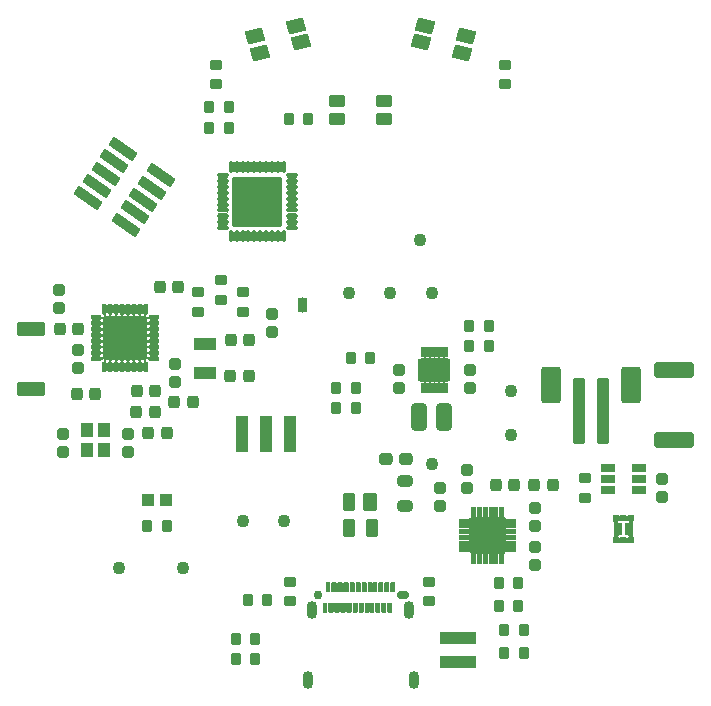
<source format=gbr>
%TF.GenerationSoftware,KiCad,Pcbnew,6.0.7+dfsg-1~bpo11+1*%
%TF.CreationDate,2022-09-09T13:16:43+02:00*%
%TF.ProjectId,pcb,7063622e-6b69-4636-9164-5f7063625858,0.1*%
%TF.SameCoordinates,Original*%
%TF.FileFunction,Soldermask,Top*%
%TF.FilePolarity,Negative*%
%FSLAX46Y46*%
G04 Gerber Fmt 4.6, Leading zero omitted, Abs format (unit mm)*
G04 Created by KiCad (PCBNEW 6.0.7+dfsg-1~bpo11+1) date 2022-09-09 13:16:43*
%MOMM*%
%LPD*%
G01*
G04 APERTURE LIST*
G04 Aperture macros list*
%AMRoundRect*
0 Rectangle with rounded corners*
0 $1 Rounding radius*
0 $2 $3 $4 $5 $6 $7 $8 $9 X,Y pos of 4 corners*
0 Add a 4 corners polygon primitive as box body*
4,1,4,$2,$3,$4,$5,$6,$7,$8,$9,$2,$3,0*
0 Add four circle primitives for the rounded corners*
1,1,$1+$1,$2,$3*
1,1,$1+$1,$4,$5*
1,1,$1+$1,$6,$7*
1,1,$1+$1,$8,$9*
0 Add four rect primitives between the rounded corners*
20,1,$1+$1,$2,$3,$4,$5,0*
20,1,$1+$1,$4,$5,$6,$7,0*
20,1,$1+$1,$6,$7,$8,$9,0*
20,1,$1+$1,$8,$9,$2,$3,0*%
G04 Aperture macros list end*
%ADD10C,0.750000*%
%ADD11O,1.050000X0.750000*%
%ADD12RoundRect,0.050000X-0.150000X-0.350000X0.150000X-0.350000X0.150000X0.350000X-0.150000X0.350000X0*%
%ADD13O,0.900000X1.500000*%
%ADD14RoundRect,0.050000X1.200941X-0.377014X-0.765023X0.999570X-1.200941X0.377014X0.765023X-0.999570X0*%
%ADD15RoundRect,0.050000X0.475000X-0.475000X0.475000X0.475000X-0.475000X0.475000X-0.475000X-0.475000X0*%
%ADD16RoundRect,0.050000X0.900000X-0.500000X0.900000X0.500000X-0.900000X0.500000X-0.900000X-0.500000X0*%
%ADD17RoundRect,0.050000X0.400000X-0.150000X0.400000X0.150000X-0.400000X0.150000X-0.400000X-0.150000X0*%
%ADD18RoundRect,0.050000X-0.150000X-0.400000X0.150000X-0.400000X0.150000X0.400000X-0.150000X0.400000X0*%
%ADD19RoundRect,0.050000X-1.400000X-1.400000X1.400000X-1.400000X1.400000X1.400000X-1.400000X1.400000X0*%
%ADD20RoundRect,0.275000X0.225000X0.250000X-0.225000X0.250000X-0.225000X-0.250000X0.225000X-0.250000X0*%
%ADD21C,1.100000*%
%ADD22RoundRect,0.300000X-0.250000X-2.500000X0.250000X-2.500000X0.250000X2.500000X-0.250000X2.500000X0*%
%ADD23RoundRect,0.300000X-0.550000X-1.250000X0.550000X-1.250000X0.550000X1.250000X-0.550000X1.250000X0*%
%ADD24RoundRect,0.250000X0.200000X0.275000X-0.200000X0.275000X-0.200000X-0.275000X0.200000X-0.275000X0*%
%ADD25RoundRect,0.050000X0.125000X0.150000X-0.125000X0.150000X-0.125000X-0.150000X0.125000X-0.150000X0*%
%ADD26RoundRect,0.275000X0.250000X-0.225000X0.250000X0.225000X-0.250000X0.225000X-0.250000X-0.225000X0*%
%ADD27RoundRect,0.250000X-0.275000X0.200000X-0.275000X-0.200000X0.275000X-0.200000X0.275000X0.200000X0*%
%ADD28RoundRect,0.250000X-0.200000X-0.275000X0.200000X-0.275000X0.200000X0.275000X-0.200000X0.275000X0*%
%ADD29RoundRect,0.275000X-0.250000X0.225000X-0.250000X-0.225000X0.250000X-0.225000X0.250000X0.225000X0*%
%ADD30RoundRect,0.250000X0.275000X-0.200000X0.275000X0.200000X-0.275000X0.200000X-0.275000X-0.200000X0*%
%ADD31RoundRect,0.050000X0.809153X0.333012X-0.546254X0.683544X-0.809153X-0.333012X0.546254X-0.683544X0*%
%ADD32RoundRect,0.112500X0.337500X0.062500X-0.337500X0.062500X-0.337500X-0.062500X0.337500X-0.062500X0*%
%ADD33RoundRect,0.112500X0.062500X0.337500X-0.062500X0.337500X-0.062500X-0.337500X0.062500X-0.337500X0*%
%ADD34RoundRect,0.050000X1.800000X1.800000X-1.800000X1.800000X-1.800000X-1.800000X1.800000X-1.800000X0*%
%ADD35RoundRect,0.300000X-0.375000X-0.850000X0.375000X-0.850000X0.375000X0.850000X-0.375000X0.850000X0*%
%ADD36RoundRect,0.050000X-0.600000X-0.450000X0.600000X-0.450000X0.600000X0.450000X-0.600000X0.450000X0*%
%ADD37RoundRect,0.050000X0.546254X0.683544X-0.809153X0.333012X-0.546254X-0.683544X0.809153X-0.333012X0*%
%ADD38RoundRect,0.268750X-0.218750X-0.256250X0.218750X-0.256250X0.218750X0.256250X-0.218750X0.256250X0*%
%ADD39RoundRect,0.268750X-0.381250X0.218750X-0.381250X-0.218750X0.381250X-0.218750X0.381250X0.218750X0*%
%ADD40RoundRect,0.112500X-0.375000X-0.062500X0.375000X-0.062500X0.375000X0.062500X-0.375000X0.062500X0*%
%ADD41RoundRect,0.112500X-0.062500X-0.375000X0.062500X-0.375000X0.062500X0.375000X-0.062500X0.375000X0*%
%ADD42RoundRect,0.050000X-2.050000X-2.050000X2.050000X-2.050000X2.050000X2.050000X-2.050000X2.050000X0*%
%ADD43RoundRect,0.275000X-0.225000X-0.250000X0.225000X-0.250000X0.225000X0.250000X-0.225000X0.250000X0*%
%ADD44RoundRect,0.050000X-0.500000X0.575000X-0.500000X-0.575000X0.500000X-0.575000X0.500000X0.575000X0*%
%ADD45RoundRect,0.268750X0.218750X0.256250X-0.218750X0.256250X-0.218750X-0.256250X0.218750X-0.256250X0*%
%ADD46RoundRect,0.050000X0.550000X0.700000X-0.550000X0.700000X-0.550000X-0.700000X0.550000X-0.700000X0*%
%ADD47RoundRect,0.050000X0.450000X0.700000X-0.450000X0.700000X-0.450000X-0.700000X0.450000X-0.700000X0*%
%ADD48RoundRect,0.050000X0.200000X0.212500X-0.200000X0.212500X-0.200000X-0.212500X0.200000X-0.212500X0*%
%ADD49RoundRect,0.050000X0.325000X0.450000X-0.325000X0.450000X-0.325000X-0.450000X0.325000X-0.450000X0*%
%ADD50RoundRect,0.050000X0.100000X0.400000X-0.100000X0.400000X-0.100000X-0.400000X0.100000X-0.400000X0*%
%ADD51RoundRect,0.050000X1.275000X-0.900000X1.275000X0.900000X-1.275000X0.900000X-1.275000X-0.900000X0*%
%ADD52RoundRect,0.050000X-0.500000X-1.500000X0.500000X-1.500000X0.500000X1.500000X-0.500000X1.500000X0*%
%ADD53RoundRect,0.050000X-1.500000X0.500000X-1.500000X-0.500000X1.500000X-0.500000X1.500000X0.500000X0*%
%ADD54RoundRect,0.050000X0.575000X-0.300000X0.575000X0.300000X-0.575000X0.300000X-0.575000X-0.300000X0*%
%ADD55RoundRect,0.300000X1.425000X-0.362500X1.425000X0.362500X-1.425000X0.362500X-1.425000X-0.362500X0*%
%ADD56RoundRect,0.050000X-1.100000X0.550000X-1.100000X-0.550000X1.100000X-0.550000X1.100000X0.550000X0*%
%ADD57RoundRect,0.287500X-0.287500X-0.237500X0.287500X-0.237500X0.287500X0.237500X-0.287500X0.237500X0*%
G04 APERTURE END LIST*
D10*
%TO.C,X1*%
X146400000Y-120080000D03*
D11*
X153600000Y-120080000D03*
D12*
X147250000Y-119420000D03*
X147750000Y-119420000D03*
X148250000Y-119420000D03*
X148750000Y-119420000D03*
X149250000Y-119420000D03*
X149750000Y-119420000D03*
X150250000Y-119420000D03*
X150750000Y-119420000D03*
X151250000Y-119420000D03*
X151750000Y-119420000D03*
X152250000Y-119420000D03*
X152750000Y-119420000D03*
X152500000Y-121120000D03*
X152000000Y-121120000D03*
X151500000Y-121120000D03*
X151000000Y-121120000D03*
X150500000Y-121120000D03*
X150000000Y-121120000D03*
X149500000Y-121120000D03*
X149000000Y-121120000D03*
X148500000Y-121120000D03*
X148000000Y-121120000D03*
X147500000Y-121120000D03*
X147000000Y-121120000D03*
D13*
X145510000Y-127280000D03*
X154130000Y-121330000D03*
X154490000Y-127280000D03*
X145870000Y-121330000D03*
%TD*%
D14*
%TO.C,X5*%
X130140462Y-88699120D03*
X126945769Y-86462172D03*
X130868904Y-87658797D03*
X127674211Y-85421849D03*
X131597346Y-86618474D03*
X128402654Y-84381526D03*
X132325789Y-85578151D03*
X129131096Y-83341203D03*
X133054231Y-84537828D03*
X129859538Y-82300880D03*
%TD*%
D15*
%TO.C,V7*%
X132000000Y-112000000D03*
X133500000Y-112000000D03*
%TD*%
D16*
%TO.C,Y2*%
X136798000Y-98798000D03*
X136798000Y-101298000D03*
%TD*%
D17*
%TO.C,V5*%
X158750000Y-113750000D03*
X158750000Y-114250000D03*
X158750000Y-114750000D03*
X158750000Y-115250000D03*
X158750000Y-115750000D03*
X158750000Y-116250000D03*
D18*
X159500000Y-117000000D03*
X160000000Y-117000000D03*
X160500000Y-117000000D03*
X161000000Y-117000000D03*
X161500000Y-117000000D03*
X162000000Y-117000000D03*
D17*
X162750000Y-116250000D03*
X162750000Y-115750000D03*
X162750000Y-115250000D03*
X162750000Y-114750000D03*
X162750000Y-114250000D03*
X162750000Y-113750000D03*
D18*
X162000000Y-113000000D03*
X161500000Y-113000000D03*
X161000000Y-113000000D03*
X160500000Y-113000000D03*
X160000000Y-113000000D03*
X159500000Y-113000000D03*
D19*
X160750000Y-115000000D03*
%TD*%
D20*
%TO.C,C10*%
X135775000Y-103750000D03*
X134225000Y-103750000D03*
%TD*%
D21*
%TO.C,TP2*%
X155000000Y-90000000D03*
%TD*%
D22*
%TO.C,X2*%
X168500000Y-104500000D03*
X170500000Y-104500000D03*
D23*
X166100000Y-102250000D03*
X172900000Y-102250000D03*
%TD*%
D24*
%TO.C,R25*%
X150825000Y-100000000D03*
X149175000Y-100000000D03*
%TD*%
D25*
%TO.C,V32*%
X145307000Y-95964000D03*
X145307000Y-95504000D03*
X145307000Y-95044000D03*
X144867000Y-95044000D03*
X144867000Y-95504000D03*
X144867000Y-95964000D03*
%TD*%
D26*
%TO.C,C5*%
X156750000Y-112525000D03*
X156750000Y-110975000D03*
%TD*%
D27*
%TO.C,R23*%
X138176000Y-93409000D03*
X138176000Y-95059000D03*
%TD*%
D28*
%TO.C,R7*%
X159175000Y-99000000D03*
X160825000Y-99000000D03*
%TD*%
D21*
%TO.C,TP10*%
X140000000Y-113750000D03*
%TD*%
D29*
%TO.C,C20*%
X142494000Y-96253000D03*
X142494000Y-97803000D03*
%TD*%
D30*
%TO.C,R18*%
X162250000Y-76825000D03*
X162250000Y-75175000D03*
%TD*%
%TO.C,R1*%
X155750000Y-120575000D03*
X155750000Y-118925000D03*
%TD*%
D31*
%TO.C,S3*%
X155075809Y-73251223D03*
X158561140Y-74152591D03*
X158924191Y-72748777D03*
X155438860Y-71847409D03*
%TD*%
D29*
%TO.C,C16*%
X134250000Y-100475000D03*
X134250000Y-102025000D03*
%TD*%
D32*
%TO.C,V6*%
X132498000Y-100048000D03*
X132498000Y-99548000D03*
X132498000Y-99048000D03*
X132498000Y-98548000D03*
X132498000Y-98048000D03*
X132498000Y-97548000D03*
X132498000Y-97048000D03*
X132498000Y-96548000D03*
D33*
X131798000Y-95848000D03*
X131298000Y-95848000D03*
X130798000Y-95848000D03*
X130298000Y-95848000D03*
X129798000Y-95848000D03*
X129298000Y-95848000D03*
X128798000Y-95848000D03*
X128298000Y-95848000D03*
D32*
X127598000Y-96548000D03*
X127598000Y-97048000D03*
X127598000Y-97548000D03*
X127598000Y-98048000D03*
X127598000Y-98548000D03*
X127598000Y-99048000D03*
X127598000Y-99548000D03*
X127598000Y-100048000D03*
D33*
X128298000Y-100748000D03*
X128798000Y-100748000D03*
X129298000Y-100748000D03*
X129798000Y-100748000D03*
X130298000Y-100748000D03*
X130798000Y-100748000D03*
X131298000Y-100748000D03*
X131798000Y-100748000D03*
D34*
X130048000Y-98298000D03*
%TD*%
D28*
%TO.C,R13*%
X162175000Y-125000000D03*
X163825000Y-125000000D03*
%TD*%
D26*
%TO.C,C9*%
X124798000Y-107948000D03*
X124798000Y-106398000D03*
%TD*%
D30*
%TO.C,R17*%
X137750000Y-76825000D03*
X137750000Y-75175000D03*
%TD*%
D21*
%TO.C,TP6*%
X129500000Y-117750000D03*
%TD*%
D28*
%TO.C,R20*%
X147925000Y-102500000D03*
X149575000Y-102500000D03*
%TD*%
D27*
%TO.C,R2*%
X144000000Y-118925000D03*
X144000000Y-120575000D03*
%TD*%
D35*
%TO.C,L2*%
X154925000Y-105000000D03*
X157075000Y-105000000D03*
%TD*%
D21*
%TO.C,TP4*%
X162750000Y-106500000D03*
%TD*%
D36*
%TO.C,S1*%
X148000000Y-78250000D03*
X152000000Y-78250000D03*
X152000000Y-79750000D03*
X148000000Y-79750000D03*
%TD*%
D29*
%TO.C,C1*%
X175500000Y-110225000D03*
X175500000Y-111775000D03*
%TD*%
D37*
%TO.C,S2*%
X141438860Y-74152591D03*
X144924191Y-73251223D03*
X141075809Y-72748777D03*
X144561140Y-71847409D03*
%TD*%
D29*
%TO.C,C15*%
X126048000Y-99273000D03*
X126048000Y-100823000D03*
%TD*%
D38*
%TO.C,L1*%
X164712500Y-110750000D03*
X166287500Y-110750000D03*
%TD*%
D26*
%TO.C,C8*%
X164750000Y-114250000D03*
X164750000Y-112700000D03*
%TD*%
D28*
%TO.C,R21*%
X131925000Y-114250000D03*
X133575000Y-114250000D03*
%TD*%
D21*
%TO.C,TP3*%
X162750000Y-102750000D03*
%TD*%
D39*
%TO.C,FB1*%
X153750000Y-110437500D03*
X153750000Y-112562500D03*
%TD*%
D21*
%TO.C,TP1*%
X135000000Y-117750000D03*
%TD*%
%TO.C,TP5*%
X156000000Y-109000000D03*
%TD*%
D24*
%TO.C,R24*%
X138825000Y-78750000D03*
X137175000Y-78750000D03*
%TD*%
D40*
%TO.C,V33*%
X138312500Y-84500000D03*
X138312500Y-85000000D03*
X138312500Y-85500000D03*
X138312500Y-86000000D03*
X138312500Y-86500000D03*
X138312500Y-87000000D03*
X138312500Y-87500000D03*
X138312500Y-88000000D03*
X138312500Y-88500000D03*
X138312500Y-89000000D03*
D41*
X139000000Y-89687500D03*
X139500000Y-89687500D03*
X140000000Y-89687500D03*
X140500000Y-89687500D03*
X141000000Y-89687500D03*
X141500000Y-89687500D03*
X142000000Y-89687500D03*
X142500000Y-89687500D03*
X143000000Y-89687500D03*
X143500000Y-89687500D03*
D40*
X144187500Y-89000000D03*
X144187500Y-88500000D03*
X144187500Y-88000000D03*
X144187500Y-87500000D03*
X144187500Y-87000000D03*
X144187500Y-86500000D03*
X144187500Y-86000000D03*
X144187500Y-85500000D03*
X144187500Y-85000000D03*
X144187500Y-84500000D03*
D41*
X143500000Y-83812500D03*
X143000000Y-83812500D03*
X142500000Y-83812500D03*
X142000000Y-83812500D03*
X141500000Y-83812500D03*
X141000000Y-83812500D03*
X140500000Y-83812500D03*
X140000000Y-83812500D03*
X139500000Y-83812500D03*
X139000000Y-83812500D03*
D42*
X141250000Y-86750000D03*
%TD*%
D43*
%TO.C,C2*%
X161475000Y-110750000D03*
X163025000Y-110750000D03*
%TD*%
D44*
%TO.C,Y1*%
X126848000Y-106048000D03*
X126848000Y-107798000D03*
X128248000Y-107798000D03*
X128248000Y-106048000D03*
%TD*%
D24*
%TO.C,R22*%
X138825000Y-80500000D03*
X137175000Y-80500000D03*
%TD*%
D21*
%TO.C,TP7*%
X152500000Y-94500000D03*
%TD*%
D26*
%TO.C,C6*%
X159250000Y-102525000D03*
X159250000Y-100975000D03*
%TD*%
D21*
%TO.C,TP8*%
X156000000Y-94500000D03*
%TD*%
D20*
%TO.C,C19*%
X140573000Y-98500000D03*
X139023000Y-98500000D03*
%TD*%
D24*
%TO.C,R12*%
X163825000Y-123000000D03*
X162175000Y-123000000D03*
%TD*%
D30*
%TO.C,R3*%
X169000000Y-111825000D03*
X169000000Y-110175000D03*
%TD*%
D28*
%TO.C,R6*%
X159175000Y-97250000D03*
X160825000Y-97250000D03*
%TD*%
D24*
%TO.C,R11*%
X163325000Y-119000000D03*
X161675000Y-119000000D03*
%TD*%
D45*
%TO.C,L3*%
X132585500Y-104548000D03*
X131010500Y-104548000D03*
%TD*%
D24*
%TO.C,R5*%
X142075000Y-120500000D03*
X140425000Y-120500000D03*
%TD*%
D46*
%TO.C,V3*%
X150750000Y-112150000D03*
D47*
X149050000Y-112150000D03*
X149050000Y-114350000D03*
X150950000Y-114350000D03*
%TD*%
D48*
%TO.C,V2*%
X172900000Y-113562000D03*
X172250000Y-113562000D03*
X171600000Y-113562000D03*
X171600000Y-115438000D03*
X172250000Y-115438000D03*
X172900000Y-115438000D03*
D49*
X171775000Y-114500000D03*
X172725000Y-114500000D03*
%TD*%
D43*
%TO.C,C12*%
X132975000Y-94000000D03*
X134525000Y-94000000D03*
%TD*%
D50*
%TO.C,V4*%
X155250000Y-102500000D03*
X155650000Y-102500000D03*
X156050000Y-102500000D03*
X156450000Y-102500000D03*
X156850000Y-102500000D03*
X157250000Y-102500000D03*
X157250000Y-99500000D03*
X156850000Y-99500000D03*
X156450000Y-99500000D03*
X156050000Y-99500000D03*
X155650000Y-99500000D03*
X155250000Y-99500000D03*
D51*
X156250000Y-101000000D03*
%TD*%
D38*
%TO.C,L5*%
X124510500Y-97536000D03*
X126085500Y-97536000D03*
%TD*%
D21*
%TO.C,TP9*%
X143500000Y-113750000D03*
%TD*%
D43*
%TO.C,C13*%
X131023000Y-102798000D03*
X132573000Y-102798000D03*
%TD*%
D24*
%TO.C,R19*%
X149575000Y-104250000D03*
X147925000Y-104250000D03*
%TD*%
D52*
%TO.C,X4*%
X139986000Y-106426000D03*
X141986000Y-106426000D03*
X143986000Y-106426000D03*
%TD*%
D28*
%TO.C,R16*%
X143925000Y-79750000D03*
X145575000Y-79750000D03*
%TD*%
D21*
%TO.C,TP11*%
X149000000Y-94500000D03*
%TD*%
D53*
%TO.C,X3*%
X158250000Y-123714000D03*
X158250000Y-125714000D03*
%TD*%
D54*
%TO.C,V1*%
X170950000Y-109300000D03*
X170950000Y-110250000D03*
X170950000Y-111200000D03*
X173550000Y-111200000D03*
X173550000Y-110250000D03*
X173550000Y-109300000D03*
%TD*%
D28*
%TO.C,R8*%
X139425000Y-123750000D03*
X141075000Y-123750000D03*
%TD*%
D38*
%TO.C,L4*%
X132010500Y-106298000D03*
X133585500Y-106298000D03*
%TD*%
D27*
%TO.C,R15*%
X136250000Y-94425000D03*
X136250000Y-96075000D03*
%TD*%
D28*
%TO.C,R9*%
X139425000Y-125500000D03*
X141075000Y-125500000D03*
%TD*%
D20*
%TO.C,C11*%
X127525000Y-103000000D03*
X125975000Y-103000000D03*
%TD*%
D55*
%TO.C,R4*%
X176500000Y-106962500D03*
X176500000Y-101037500D03*
%TD*%
D56*
%TO.C,AE1*%
X122048000Y-97498000D03*
X122048000Y-102598000D03*
%TD*%
D29*
%TO.C,C7*%
X164750000Y-115950000D03*
X164750000Y-117500000D03*
%TD*%
D20*
%TO.C,C17*%
X140525000Y-101500000D03*
X138975000Y-101500000D03*
%TD*%
D29*
%TO.C,C4*%
X153250000Y-100975000D03*
X153250000Y-102525000D03*
%TD*%
D26*
%TO.C,C18*%
X124500000Y-95775000D03*
X124500000Y-94225000D03*
%TD*%
D27*
%TO.C,R14*%
X140000000Y-94425000D03*
X140000000Y-96075000D03*
%TD*%
D26*
%TO.C,C14*%
X130298000Y-107948000D03*
X130298000Y-106398000D03*
%TD*%
%TO.C,C3*%
X159000000Y-111025000D03*
X159000000Y-109475000D03*
%TD*%
D24*
%TO.C,R10*%
X163325000Y-121000000D03*
X161675000Y-121000000D03*
%TD*%
D57*
%TO.C,F1*%
X152125000Y-108500000D03*
X153875000Y-108500000D03*
%TD*%
G36*
X151689255Y-120737155D02*
G01*
X151695291Y-120741189D01*
X151753885Y-120757714D01*
X151804675Y-120741212D01*
X151810745Y-120737155D01*
X151812740Y-120737024D01*
X151813852Y-120738687D01*
X151813519Y-120739929D01*
X151805691Y-120751645D01*
X151802000Y-120770199D01*
X151802000Y-121469801D01*
X151805691Y-121488355D01*
X151813519Y-121500071D01*
X151813650Y-121502067D01*
X151811987Y-121503178D01*
X151810745Y-121502845D01*
X151804709Y-121498811D01*
X151746115Y-121482286D01*
X151695325Y-121498788D01*
X151689255Y-121502845D01*
X151687260Y-121502976D01*
X151686148Y-121501313D01*
X151686481Y-121500071D01*
X151694309Y-121488355D01*
X151698000Y-121469801D01*
X151698000Y-120770199D01*
X151694309Y-120751645D01*
X151686481Y-120739929D01*
X151686350Y-120737933D01*
X151688013Y-120736822D01*
X151689255Y-120737155D01*
G37*
G36*
X149189255Y-120737155D02*
G01*
X149195291Y-120741189D01*
X149253885Y-120757714D01*
X149304675Y-120741212D01*
X149310745Y-120737155D01*
X149312740Y-120737024D01*
X149313852Y-120738687D01*
X149313519Y-120739929D01*
X149305691Y-120751645D01*
X149302000Y-120770199D01*
X149302000Y-121469801D01*
X149305691Y-121488355D01*
X149313519Y-121500071D01*
X149313650Y-121502067D01*
X149311987Y-121503178D01*
X149310745Y-121502845D01*
X149304709Y-121498811D01*
X149246115Y-121482286D01*
X149195325Y-121498788D01*
X149189255Y-121502845D01*
X149187260Y-121502976D01*
X149186148Y-121501313D01*
X149186481Y-121500071D01*
X149194309Y-121488355D01*
X149198000Y-121469801D01*
X149198000Y-120770199D01*
X149194309Y-120751645D01*
X149186481Y-120739929D01*
X149186350Y-120737933D01*
X149188013Y-120736822D01*
X149189255Y-120737155D01*
G37*
G36*
X147189255Y-120737155D02*
G01*
X147195291Y-120741189D01*
X147253885Y-120757714D01*
X147304675Y-120741212D01*
X147310745Y-120737155D01*
X147312740Y-120737024D01*
X147313852Y-120738687D01*
X147313519Y-120739929D01*
X147305691Y-120751645D01*
X147302000Y-120770199D01*
X147302000Y-121469801D01*
X147305691Y-121488355D01*
X147313519Y-121500071D01*
X147313650Y-121502067D01*
X147311987Y-121503178D01*
X147310745Y-121502845D01*
X147304709Y-121498811D01*
X147246115Y-121482286D01*
X147195325Y-121498788D01*
X147189255Y-121502845D01*
X147187260Y-121502976D01*
X147186148Y-121501313D01*
X147186481Y-121500071D01*
X147194309Y-121488355D01*
X147198000Y-121469801D01*
X147198000Y-120770199D01*
X147194309Y-120751645D01*
X147186481Y-120739929D01*
X147186350Y-120737933D01*
X147188013Y-120736822D01*
X147189255Y-120737155D01*
G37*
G36*
X148189255Y-120737155D02*
G01*
X148195291Y-120741189D01*
X148253885Y-120757714D01*
X148304675Y-120741212D01*
X148310745Y-120737155D01*
X148312740Y-120737024D01*
X148313852Y-120738687D01*
X148313519Y-120739929D01*
X148305691Y-120751645D01*
X148302000Y-120770199D01*
X148302000Y-121469801D01*
X148305691Y-121488355D01*
X148313519Y-121500071D01*
X148313650Y-121502067D01*
X148311987Y-121503178D01*
X148310745Y-121502845D01*
X148304709Y-121498811D01*
X148246115Y-121482286D01*
X148195325Y-121498788D01*
X148189255Y-121502845D01*
X148187260Y-121502976D01*
X148186148Y-121501313D01*
X148186481Y-121500071D01*
X148194309Y-121488355D01*
X148198000Y-121469801D01*
X148198000Y-120770199D01*
X148194309Y-120751645D01*
X148186481Y-120739929D01*
X148186350Y-120737933D01*
X148188013Y-120736822D01*
X148189255Y-120737155D01*
G37*
G36*
X150189255Y-120737155D02*
G01*
X150195291Y-120741189D01*
X150253885Y-120757714D01*
X150304675Y-120741212D01*
X150310745Y-120737155D01*
X150312740Y-120737024D01*
X150313852Y-120738687D01*
X150313519Y-120739929D01*
X150305691Y-120751645D01*
X150302000Y-120770199D01*
X150302000Y-121469801D01*
X150305691Y-121488355D01*
X150313519Y-121500071D01*
X150313650Y-121502067D01*
X150311987Y-121503178D01*
X150310745Y-121502845D01*
X150304709Y-121498811D01*
X150246115Y-121482286D01*
X150195325Y-121498788D01*
X150189255Y-121502845D01*
X150187260Y-121502976D01*
X150186148Y-121501313D01*
X150186481Y-121500071D01*
X150194309Y-121488355D01*
X150198000Y-121469801D01*
X150198000Y-120770199D01*
X150194309Y-120751645D01*
X150186481Y-120739929D01*
X150186350Y-120737933D01*
X150188013Y-120736822D01*
X150189255Y-120737155D01*
G37*
G36*
X152189255Y-120737155D02*
G01*
X152195291Y-120741189D01*
X152253885Y-120757714D01*
X152304675Y-120741212D01*
X152310745Y-120737155D01*
X152312740Y-120737024D01*
X152313852Y-120738687D01*
X152313519Y-120739929D01*
X152305691Y-120751645D01*
X152302000Y-120770199D01*
X152302000Y-121469801D01*
X152305691Y-121488355D01*
X152313519Y-121500071D01*
X152313650Y-121502067D01*
X152311987Y-121503178D01*
X152310745Y-121502845D01*
X152304709Y-121498811D01*
X152246115Y-121482286D01*
X152195325Y-121498788D01*
X152189255Y-121502845D01*
X152187260Y-121502976D01*
X152186148Y-121501313D01*
X152186481Y-121500071D01*
X152194309Y-121488355D01*
X152198000Y-121469801D01*
X152198000Y-120770199D01*
X152194309Y-120751645D01*
X152186481Y-120739929D01*
X152186350Y-120737933D01*
X152188013Y-120736822D01*
X152189255Y-120737155D01*
G37*
G36*
X151189255Y-120737155D02*
G01*
X151195291Y-120741189D01*
X151253885Y-120757714D01*
X151304675Y-120741212D01*
X151310745Y-120737155D01*
X151312740Y-120737024D01*
X151313852Y-120738687D01*
X151313519Y-120739929D01*
X151305691Y-120751645D01*
X151302000Y-120770199D01*
X151302000Y-121469801D01*
X151305691Y-121488355D01*
X151313519Y-121500071D01*
X151313650Y-121502067D01*
X151311987Y-121503178D01*
X151310745Y-121502845D01*
X151304709Y-121498811D01*
X151246115Y-121482286D01*
X151195325Y-121498788D01*
X151189255Y-121502845D01*
X151187260Y-121502976D01*
X151186148Y-121501313D01*
X151186481Y-121500071D01*
X151194309Y-121488355D01*
X151198000Y-121469801D01*
X151198000Y-120770199D01*
X151194309Y-120751645D01*
X151186481Y-120739929D01*
X151186350Y-120737933D01*
X151188013Y-120736822D01*
X151189255Y-120737155D01*
G37*
G36*
X147689255Y-120737155D02*
G01*
X147695291Y-120741189D01*
X147753885Y-120757714D01*
X147804675Y-120741212D01*
X147810745Y-120737155D01*
X147812740Y-120737024D01*
X147813852Y-120738687D01*
X147813519Y-120739929D01*
X147805691Y-120751645D01*
X147802000Y-120770199D01*
X147802000Y-121469801D01*
X147805691Y-121488355D01*
X147813519Y-121500071D01*
X147813650Y-121502067D01*
X147811987Y-121503178D01*
X147810745Y-121502845D01*
X147804709Y-121498811D01*
X147746115Y-121482286D01*
X147695325Y-121498788D01*
X147689255Y-121502845D01*
X147687260Y-121502976D01*
X147686148Y-121501313D01*
X147686481Y-121500071D01*
X147694309Y-121488355D01*
X147698000Y-121469801D01*
X147698000Y-120770199D01*
X147694309Y-120751645D01*
X147686481Y-120739929D01*
X147686350Y-120737933D01*
X147688013Y-120736822D01*
X147689255Y-120737155D01*
G37*
G36*
X150689255Y-120737155D02*
G01*
X150695291Y-120741189D01*
X150753885Y-120757714D01*
X150804675Y-120741212D01*
X150810745Y-120737155D01*
X150812740Y-120737024D01*
X150813852Y-120738687D01*
X150813519Y-120739929D01*
X150805691Y-120751645D01*
X150802000Y-120770199D01*
X150802000Y-121469801D01*
X150805691Y-121488355D01*
X150813519Y-121500071D01*
X150813650Y-121502067D01*
X150811987Y-121503178D01*
X150810745Y-121502845D01*
X150804709Y-121498811D01*
X150746115Y-121482286D01*
X150695325Y-121498788D01*
X150689255Y-121502845D01*
X150687260Y-121502976D01*
X150686148Y-121501313D01*
X150686481Y-121500071D01*
X150694309Y-121488355D01*
X150698000Y-121469801D01*
X150698000Y-120770199D01*
X150694309Y-120751645D01*
X150686481Y-120739929D01*
X150686350Y-120737933D01*
X150688013Y-120736822D01*
X150689255Y-120737155D01*
G37*
G36*
X149689255Y-120737155D02*
G01*
X149695291Y-120741189D01*
X149753885Y-120757714D01*
X149804675Y-120741212D01*
X149810745Y-120737155D01*
X149812740Y-120737024D01*
X149813852Y-120738687D01*
X149813519Y-120739929D01*
X149805691Y-120751645D01*
X149802000Y-120770199D01*
X149802000Y-121469801D01*
X149805691Y-121488355D01*
X149813519Y-121500071D01*
X149813650Y-121502067D01*
X149811987Y-121503178D01*
X149810745Y-121502845D01*
X149804709Y-121498811D01*
X149746115Y-121482286D01*
X149695325Y-121498788D01*
X149689255Y-121502845D01*
X149687260Y-121502976D01*
X149686148Y-121501313D01*
X149686481Y-121500071D01*
X149694309Y-121488355D01*
X149698000Y-121469801D01*
X149698000Y-120770199D01*
X149694309Y-120751645D01*
X149686481Y-120739929D01*
X149686350Y-120737933D01*
X149688013Y-120736822D01*
X149689255Y-120737155D01*
G37*
G36*
X148689255Y-120737155D02*
G01*
X148695291Y-120741189D01*
X148753885Y-120757714D01*
X148804675Y-120741212D01*
X148810745Y-120737155D01*
X148812740Y-120737024D01*
X148813852Y-120738687D01*
X148813519Y-120739929D01*
X148805691Y-120751645D01*
X148802000Y-120770199D01*
X148802000Y-121469801D01*
X148805691Y-121488355D01*
X148813519Y-121500071D01*
X148813650Y-121502067D01*
X148811987Y-121503178D01*
X148810745Y-121502845D01*
X148804709Y-121498811D01*
X148746115Y-121482286D01*
X148695325Y-121498788D01*
X148689255Y-121502845D01*
X148687260Y-121502976D01*
X148686148Y-121501313D01*
X148686481Y-121500071D01*
X148694309Y-121488355D01*
X148698000Y-121469801D01*
X148698000Y-120770199D01*
X148694309Y-120751645D01*
X148686481Y-120739929D01*
X148686350Y-120737933D01*
X148688013Y-120736822D01*
X148689255Y-120737155D01*
G37*
G36*
X149939255Y-119037155D02*
G01*
X149945291Y-119041189D01*
X150003885Y-119057714D01*
X150054675Y-119041212D01*
X150060745Y-119037155D01*
X150062740Y-119037024D01*
X150063852Y-119038687D01*
X150063519Y-119039929D01*
X150055691Y-119051645D01*
X150052000Y-119070199D01*
X150052000Y-119769801D01*
X150055691Y-119788355D01*
X150063519Y-119800071D01*
X150063650Y-119802067D01*
X150061987Y-119803178D01*
X150060745Y-119802845D01*
X150054709Y-119798811D01*
X149996115Y-119782286D01*
X149945325Y-119798788D01*
X149939255Y-119802845D01*
X149937260Y-119802976D01*
X149936148Y-119801313D01*
X149936481Y-119800071D01*
X149944309Y-119788355D01*
X149948000Y-119769801D01*
X149948000Y-119070199D01*
X149944309Y-119051645D01*
X149936481Y-119039929D01*
X149936350Y-119037933D01*
X149938013Y-119036822D01*
X149939255Y-119037155D01*
G37*
G36*
X149439255Y-119037155D02*
G01*
X149445291Y-119041189D01*
X149503885Y-119057714D01*
X149554675Y-119041212D01*
X149560745Y-119037155D01*
X149562740Y-119037024D01*
X149563852Y-119038687D01*
X149563519Y-119039929D01*
X149555691Y-119051645D01*
X149552000Y-119070199D01*
X149552000Y-119769801D01*
X149555691Y-119788355D01*
X149563519Y-119800071D01*
X149563650Y-119802067D01*
X149561987Y-119803178D01*
X149560745Y-119802845D01*
X149554709Y-119798811D01*
X149496115Y-119782286D01*
X149445325Y-119798788D01*
X149439255Y-119802845D01*
X149437260Y-119802976D01*
X149436148Y-119801313D01*
X149436481Y-119800071D01*
X149444309Y-119788355D01*
X149448000Y-119769801D01*
X149448000Y-119070199D01*
X149444309Y-119051645D01*
X149436481Y-119039929D01*
X149436350Y-119037933D01*
X149438013Y-119036822D01*
X149439255Y-119037155D01*
G37*
G36*
X150439255Y-119037155D02*
G01*
X150445291Y-119041189D01*
X150503885Y-119057714D01*
X150554675Y-119041212D01*
X150560745Y-119037155D01*
X150562740Y-119037024D01*
X150563852Y-119038687D01*
X150563519Y-119039929D01*
X150555691Y-119051645D01*
X150552000Y-119070199D01*
X150552000Y-119769801D01*
X150555691Y-119788355D01*
X150563519Y-119800071D01*
X150563650Y-119802067D01*
X150561987Y-119803178D01*
X150560745Y-119802845D01*
X150554709Y-119798811D01*
X150496115Y-119782286D01*
X150445325Y-119798788D01*
X150439255Y-119802845D01*
X150437260Y-119802976D01*
X150436148Y-119801313D01*
X150436481Y-119800071D01*
X150444309Y-119788355D01*
X150448000Y-119769801D01*
X150448000Y-119070199D01*
X150444309Y-119051645D01*
X150436481Y-119039929D01*
X150436350Y-119037933D01*
X150438013Y-119036822D01*
X150439255Y-119037155D01*
G37*
G36*
X148939255Y-119037155D02*
G01*
X148945291Y-119041189D01*
X149003885Y-119057714D01*
X149054675Y-119041212D01*
X149060745Y-119037155D01*
X149062740Y-119037024D01*
X149063852Y-119038687D01*
X149063519Y-119039929D01*
X149055691Y-119051645D01*
X149052000Y-119070199D01*
X149052000Y-119769801D01*
X149055691Y-119788355D01*
X149063519Y-119800071D01*
X149063650Y-119802067D01*
X149061987Y-119803178D01*
X149060745Y-119802845D01*
X149054709Y-119798811D01*
X148996115Y-119782286D01*
X148945325Y-119798788D01*
X148939255Y-119802845D01*
X148937260Y-119802976D01*
X148936148Y-119801313D01*
X148936481Y-119800071D01*
X148944309Y-119788355D01*
X148948000Y-119769801D01*
X148948000Y-119070199D01*
X148944309Y-119051645D01*
X148936481Y-119039929D01*
X148936350Y-119037933D01*
X148938013Y-119036822D01*
X148939255Y-119037155D01*
G37*
G36*
X152439255Y-119037155D02*
G01*
X152445291Y-119041189D01*
X152503885Y-119057714D01*
X152554675Y-119041212D01*
X152560745Y-119037155D01*
X152562740Y-119037024D01*
X152563852Y-119038687D01*
X152563519Y-119039929D01*
X152555691Y-119051645D01*
X152552000Y-119070199D01*
X152552000Y-119769801D01*
X152555691Y-119788355D01*
X152563519Y-119800071D01*
X152563650Y-119802067D01*
X152561987Y-119803178D01*
X152560745Y-119802845D01*
X152554709Y-119798811D01*
X152496115Y-119782286D01*
X152445325Y-119798788D01*
X152439255Y-119802845D01*
X152437260Y-119802976D01*
X152436148Y-119801313D01*
X152436481Y-119800071D01*
X152444309Y-119788355D01*
X152448000Y-119769801D01*
X152448000Y-119070199D01*
X152444309Y-119051645D01*
X152436481Y-119039929D01*
X152436350Y-119037933D01*
X152438013Y-119036822D01*
X152439255Y-119037155D01*
G37*
G36*
X148439255Y-119037155D02*
G01*
X148445291Y-119041189D01*
X148503885Y-119057714D01*
X148554675Y-119041212D01*
X148560745Y-119037155D01*
X148562740Y-119037024D01*
X148563852Y-119038687D01*
X148563519Y-119039929D01*
X148555691Y-119051645D01*
X148552000Y-119070199D01*
X148552000Y-119769801D01*
X148555691Y-119788355D01*
X148563519Y-119800071D01*
X148563650Y-119802067D01*
X148561987Y-119803178D01*
X148560745Y-119802845D01*
X148554709Y-119798811D01*
X148496115Y-119782286D01*
X148445325Y-119798788D01*
X148439255Y-119802845D01*
X148437260Y-119802976D01*
X148436148Y-119801313D01*
X148436481Y-119800071D01*
X148444309Y-119788355D01*
X148448000Y-119769801D01*
X148448000Y-119070199D01*
X148444309Y-119051645D01*
X148436481Y-119039929D01*
X148436350Y-119037933D01*
X148438013Y-119036822D01*
X148439255Y-119037155D01*
G37*
G36*
X150939255Y-119037155D02*
G01*
X150945291Y-119041189D01*
X151003885Y-119057714D01*
X151054675Y-119041212D01*
X151060745Y-119037155D01*
X151062740Y-119037024D01*
X151063852Y-119038687D01*
X151063519Y-119039929D01*
X151055691Y-119051645D01*
X151052000Y-119070199D01*
X151052000Y-119769801D01*
X151055691Y-119788355D01*
X151063519Y-119800071D01*
X151063650Y-119802067D01*
X151061987Y-119803178D01*
X151060745Y-119802845D01*
X151054709Y-119798811D01*
X150996115Y-119782286D01*
X150945325Y-119798788D01*
X150939255Y-119802845D01*
X150937260Y-119802976D01*
X150936148Y-119801313D01*
X150936481Y-119800071D01*
X150944309Y-119788355D01*
X150948000Y-119769801D01*
X150948000Y-119070199D01*
X150944309Y-119051645D01*
X150936481Y-119039929D01*
X150936350Y-119037933D01*
X150938013Y-119036822D01*
X150939255Y-119037155D01*
G37*
G36*
X147439255Y-119037155D02*
G01*
X147445291Y-119041189D01*
X147503885Y-119057714D01*
X147554675Y-119041212D01*
X147560745Y-119037155D01*
X147562740Y-119037024D01*
X147563852Y-119038687D01*
X147563519Y-119039929D01*
X147555691Y-119051645D01*
X147552000Y-119070199D01*
X147552000Y-119769801D01*
X147555691Y-119788355D01*
X147563519Y-119800071D01*
X147563650Y-119802067D01*
X147561987Y-119803178D01*
X147560745Y-119802845D01*
X147554709Y-119798811D01*
X147496115Y-119782286D01*
X147445325Y-119798788D01*
X147439255Y-119802845D01*
X147437260Y-119802976D01*
X147436148Y-119801313D01*
X147436481Y-119800071D01*
X147444309Y-119788355D01*
X147448000Y-119769801D01*
X147448000Y-119070199D01*
X147444309Y-119051645D01*
X147436481Y-119039929D01*
X147436350Y-119037933D01*
X147438013Y-119036822D01*
X147439255Y-119037155D01*
G37*
G36*
X151439255Y-119037155D02*
G01*
X151445291Y-119041189D01*
X151503885Y-119057714D01*
X151554675Y-119041212D01*
X151560745Y-119037155D01*
X151562740Y-119037024D01*
X151563852Y-119038687D01*
X151563519Y-119039929D01*
X151555691Y-119051645D01*
X151552000Y-119070199D01*
X151552000Y-119769801D01*
X151555691Y-119788355D01*
X151563519Y-119800071D01*
X151563650Y-119802067D01*
X151561987Y-119803178D01*
X151560745Y-119802845D01*
X151554709Y-119798811D01*
X151496115Y-119782286D01*
X151445325Y-119798788D01*
X151439255Y-119802845D01*
X151437260Y-119802976D01*
X151436148Y-119801313D01*
X151436481Y-119800071D01*
X151444309Y-119788355D01*
X151448000Y-119769801D01*
X151448000Y-119070199D01*
X151444309Y-119051645D01*
X151436481Y-119039929D01*
X151436350Y-119037933D01*
X151438013Y-119036822D01*
X151439255Y-119037155D01*
G37*
G36*
X147939255Y-119037155D02*
G01*
X147945291Y-119041189D01*
X148003885Y-119057714D01*
X148054675Y-119041212D01*
X148060745Y-119037155D01*
X148062740Y-119037024D01*
X148063852Y-119038687D01*
X148063519Y-119039929D01*
X148055691Y-119051645D01*
X148052000Y-119070199D01*
X148052000Y-119769801D01*
X148055691Y-119788355D01*
X148063519Y-119800071D01*
X148063650Y-119802067D01*
X148061987Y-119803178D01*
X148060745Y-119802845D01*
X148054709Y-119798811D01*
X147996115Y-119782286D01*
X147945325Y-119798788D01*
X147939255Y-119802845D01*
X147937260Y-119802976D01*
X147936148Y-119801313D01*
X147936481Y-119800071D01*
X147944309Y-119788355D01*
X147948000Y-119769801D01*
X147948000Y-119070199D01*
X147944309Y-119051645D01*
X147936481Y-119039929D01*
X147936350Y-119037933D01*
X147938013Y-119036822D01*
X147939255Y-119037155D01*
G37*
G36*
X151939255Y-119037155D02*
G01*
X151945291Y-119041189D01*
X152003885Y-119057714D01*
X152054675Y-119041212D01*
X152060745Y-119037155D01*
X152062740Y-119037024D01*
X152063852Y-119038687D01*
X152063519Y-119039929D01*
X152055691Y-119051645D01*
X152052000Y-119070199D01*
X152052000Y-119769801D01*
X152055691Y-119788355D01*
X152063519Y-119800071D01*
X152063650Y-119802067D01*
X152061987Y-119803178D01*
X152060745Y-119802845D01*
X152054709Y-119798811D01*
X151996115Y-119782286D01*
X151945325Y-119798788D01*
X151939255Y-119802845D01*
X151937260Y-119802976D01*
X151936148Y-119801313D01*
X151936481Y-119800071D01*
X151944309Y-119788355D01*
X151948000Y-119769801D01*
X151948000Y-119070199D01*
X151944309Y-119051645D01*
X151936481Y-119039929D01*
X151936350Y-119037933D01*
X151938013Y-119036822D01*
X151939255Y-119037155D01*
G37*
G36*
X161689255Y-112567155D02*
G01*
X161695291Y-112571189D01*
X161753885Y-112587714D01*
X161804675Y-112571212D01*
X161810745Y-112567155D01*
X161812740Y-112567024D01*
X161813852Y-112568687D01*
X161813519Y-112569929D01*
X161805691Y-112581645D01*
X161802000Y-112600199D01*
X161802000Y-113399801D01*
X161805691Y-113418355D01*
X161816087Y-113433913D01*
X161831645Y-113444309D01*
X161850199Y-113448000D01*
X162149801Y-113448000D01*
X162168355Y-113444309D01*
X162183913Y-113433913D01*
X162191741Y-113422199D01*
X162193535Y-113421314D01*
X162195198Y-113422426D01*
X162195366Y-113423700D01*
X162192504Y-113438086D01*
X162192514Y-113438453D01*
X162182671Y-113473352D01*
X162203612Y-113530115D01*
X162253919Y-113563729D01*
X162314585Y-113561345D01*
X162320578Y-113558292D01*
X162322575Y-113558397D01*
X162323483Y-113560179D01*
X162322597Y-113561737D01*
X162316087Y-113566087D01*
X162305691Y-113581645D01*
X162302000Y-113600199D01*
X162302000Y-113899801D01*
X162305691Y-113918355D01*
X162316087Y-113933913D01*
X162331645Y-113944309D01*
X162350199Y-113948000D01*
X163149801Y-113948000D01*
X163168355Y-113944309D01*
X163180071Y-113936481D01*
X163182067Y-113936350D01*
X163183178Y-113938013D01*
X163182845Y-113939255D01*
X163178811Y-113945291D01*
X163162286Y-114003885D01*
X163178788Y-114054675D01*
X163182845Y-114060745D01*
X163182976Y-114062740D01*
X163181313Y-114063852D01*
X163180071Y-114063519D01*
X163168355Y-114055691D01*
X163149801Y-114052000D01*
X162350199Y-114052000D01*
X162331645Y-114055691D01*
X162316087Y-114066087D01*
X162305691Y-114081645D01*
X162302000Y-114100199D01*
X162302000Y-114399801D01*
X162305691Y-114418355D01*
X162316087Y-114433913D01*
X162331645Y-114444309D01*
X162350199Y-114448000D01*
X163149801Y-114448000D01*
X163168355Y-114444309D01*
X163180071Y-114436481D01*
X163182067Y-114436350D01*
X163183178Y-114438013D01*
X163182845Y-114439255D01*
X163178811Y-114445291D01*
X163162286Y-114503885D01*
X163178788Y-114554675D01*
X163182845Y-114560745D01*
X163182976Y-114562740D01*
X163181313Y-114563852D01*
X163180071Y-114563519D01*
X163168355Y-114555691D01*
X163149801Y-114552000D01*
X162350199Y-114552000D01*
X162331645Y-114555691D01*
X162316087Y-114566087D01*
X162305691Y-114581645D01*
X162302000Y-114600199D01*
X162302000Y-114899801D01*
X162305691Y-114918355D01*
X162316087Y-114933913D01*
X162331645Y-114944309D01*
X162350199Y-114948000D01*
X163149801Y-114948000D01*
X163168355Y-114944309D01*
X163180071Y-114936481D01*
X163182067Y-114936350D01*
X163183178Y-114938013D01*
X163182845Y-114939255D01*
X163178811Y-114945291D01*
X163162286Y-115003885D01*
X163178788Y-115054675D01*
X163182845Y-115060745D01*
X163182976Y-115062740D01*
X163181313Y-115063852D01*
X163180071Y-115063519D01*
X163168355Y-115055691D01*
X163149801Y-115052000D01*
X162350199Y-115052000D01*
X162331645Y-115055691D01*
X162316087Y-115066087D01*
X162305691Y-115081645D01*
X162302000Y-115100199D01*
X162302000Y-115399801D01*
X162305691Y-115418355D01*
X162316087Y-115433913D01*
X162331645Y-115444309D01*
X162350199Y-115448000D01*
X163149801Y-115448000D01*
X163168355Y-115444309D01*
X163180071Y-115436481D01*
X163182067Y-115436350D01*
X163183178Y-115438013D01*
X163182845Y-115439255D01*
X163178811Y-115445291D01*
X163162286Y-115503885D01*
X163178788Y-115554675D01*
X163182845Y-115560745D01*
X163182976Y-115562740D01*
X163181313Y-115563852D01*
X163180071Y-115563519D01*
X163168355Y-115555691D01*
X163149801Y-115552000D01*
X162350199Y-115552000D01*
X162331645Y-115555691D01*
X162316087Y-115566087D01*
X162305691Y-115581645D01*
X162302000Y-115600199D01*
X162302000Y-115899801D01*
X162305691Y-115918355D01*
X162316087Y-115933913D01*
X162331645Y-115944309D01*
X162350199Y-115948000D01*
X163149801Y-115948000D01*
X163168355Y-115944309D01*
X163180071Y-115936481D01*
X163182067Y-115936350D01*
X163183178Y-115938013D01*
X163182845Y-115939255D01*
X163178811Y-115945291D01*
X163162286Y-116003885D01*
X163178788Y-116054675D01*
X163182845Y-116060745D01*
X163182976Y-116062740D01*
X163181313Y-116063852D01*
X163180071Y-116063519D01*
X163168355Y-116055691D01*
X163149801Y-116052000D01*
X162350199Y-116052000D01*
X162331645Y-116055691D01*
X162316087Y-116066087D01*
X162305691Y-116081645D01*
X162302000Y-116100199D01*
X162302000Y-116399801D01*
X162305691Y-116418355D01*
X162316087Y-116433913D01*
X162327801Y-116441741D01*
X162328686Y-116443535D01*
X162327574Y-116445198D01*
X162326300Y-116445366D01*
X162311914Y-116442504D01*
X162311547Y-116442514D01*
X162276648Y-116432671D01*
X162219885Y-116453612D01*
X162186271Y-116503919D01*
X162188655Y-116564585D01*
X162191708Y-116570578D01*
X162191603Y-116572575D01*
X162189821Y-116573483D01*
X162188263Y-116572597D01*
X162183913Y-116566087D01*
X162168355Y-116555691D01*
X162149801Y-116552000D01*
X161850199Y-116552000D01*
X161831645Y-116555691D01*
X161816087Y-116566087D01*
X161805691Y-116581645D01*
X161802000Y-116600199D01*
X161802000Y-117399801D01*
X161805691Y-117418355D01*
X161813519Y-117430071D01*
X161813650Y-117432067D01*
X161811987Y-117433178D01*
X161810745Y-117432845D01*
X161804709Y-117428811D01*
X161746115Y-117412286D01*
X161695325Y-117428788D01*
X161689255Y-117432845D01*
X161687260Y-117432976D01*
X161686148Y-117431313D01*
X161686481Y-117430071D01*
X161694309Y-117418355D01*
X161698000Y-117399801D01*
X161698000Y-116600199D01*
X161694309Y-116581645D01*
X161683913Y-116566087D01*
X161668355Y-116555691D01*
X161649801Y-116552000D01*
X161350199Y-116552000D01*
X161331645Y-116555691D01*
X161316087Y-116566087D01*
X161305691Y-116581645D01*
X161302000Y-116600199D01*
X161302000Y-117399801D01*
X161305691Y-117418355D01*
X161313519Y-117430071D01*
X161313650Y-117432067D01*
X161311987Y-117433178D01*
X161310745Y-117432845D01*
X161304709Y-117428811D01*
X161246115Y-117412286D01*
X161195325Y-117428788D01*
X161189255Y-117432845D01*
X161187260Y-117432976D01*
X161186148Y-117431313D01*
X161186481Y-117430071D01*
X161194309Y-117418355D01*
X161198000Y-117399801D01*
X161198000Y-116600199D01*
X161194309Y-116581645D01*
X161183913Y-116566087D01*
X161168355Y-116555691D01*
X161149801Y-116552000D01*
X160850199Y-116552000D01*
X160831645Y-116555691D01*
X160816087Y-116566087D01*
X160805691Y-116581645D01*
X160802000Y-116600199D01*
X160802000Y-117399801D01*
X160805691Y-117418355D01*
X160813519Y-117430071D01*
X160813650Y-117432067D01*
X160811987Y-117433178D01*
X160810745Y-117432845D01*
X160804709Y-117428811D01*
X160746115Y-117412286D01*
X160695325Y-117428788D01*
X160689255Y-117432845D01*
X160687260Y-117432976D01*
X160686148Y-117431313D01*
X160686481Y-117430071D01*
X160694309Y-117418355D01*
X160698000Y-117399801D01*
X160698000Y-116600199D01*
X160694309Y-116581645D01*
X160683913Y-116566087D01*
X160668355Y-116555691D01*
X160649801Y-116552000D01*
X160350199Y-116552000D01*
X160331645Y-116555691D01*
X160316087Y-116566087D01*
X160305691Y-116581645D01*
X160302000Y-116600199D01*
X160302000Y-117399801D01*
X160305691Y-117418355D01*
X160313519Y-117430071D01*
X160313650Y-117432067D01*
X160311987Y-117433178D01*
X160310745Y-117432845D01*
X160304709Y-117428811D01*
X160246115Y-117412286D01*
X160195325Y-117428788D01*
X160189255Y-117432845D01*
X160187260Y-117432976D01*
X160186148Y-117431313D01*
X160186481Y-117430071D01*
X160194309Y-117418355D01*
X160198000Y-117399801D01*
X160198000Y-116600199D01*
X160194309Y-116581645D01*
X160183913Y-116566087D01*
X160168355Y-116555691D01*
X160149801Y-116552000D01*
X159850199Y-116552000D01*
X159831645Y-116555691D01*
X159816087Y-116566087D01*
X159805691Y-116581645D01*
X159802000Y-116600199D01*
X159802000Y-117399801D01*
X159805691Y-117418355D01*
X159813519Y-117430071D01*
X159813650Y-117432067D01*
X159811987Y-117433178D01*
X159810745Y-117432845D01*
X159804709Y-117428811D01*
X159746115Y-117412286D01*
X159695325Y-117428788D01*
X159689255Y-117432845D01*
X159687260Y-117432976D01*
X159686148Y-117431313D01*
X159686481Y-117430071D01*
X159694309Y-117418355D01*
X159698000Y-117399801D01*
X159698000Y-116600199D01*
X159694309Y-116581645D01*
X159683913Y-116566087D01*
X159668355Y-116555691D01*
X159649801Y-116552000D01*
X159350199Y-116552000D01*
X159331645Y-116555691D01*
X159316087Y-116566087D01*
X159308259Y-116577801D01*
X159306465Y-116578686D01*
X159304802Y-116577574D01*
X159304634Y-116576300D01*
X159307496Y-116561914D01*
X159307486Y-116561547D01*
X159317329Y-116526648D01*
X159296388Y-116469885D01*
X159246081Y-116436271D01*
X159185415Y-116438655D01*
X159179422Y-116441708D01*
X159177425Y-116441603D01*
X159176517Y-116439821D01*
X159177403Y-116438263D01*
X159183913Y-116433913D01*
X159194309Y-116418355D01*
X159198000Y-116399801D01*
X159302000Y-116399801D01*
X159305691Y-116418355D01*
X159316087Y-116433913D01*
X159331645Y-116444309D01*
X159350199Y-116448000D01*
X162149801Y-116448000D01*
X162168355Y-116444309D01*
X162183913Y-116433913D01*
X162194309Y-116418355D01*
X162198000Y-116399801D01*
X162198000Y-113600199D01*
X162194309Y-113581645D01*
X162183913Y-113566087D01*
X162168355Y-113555691D01*
X162149801Y-113552000D01*
X159350199Y-113552000D01*
X159331645Y-113555691D01*
X159316087Y-113566087D01*
X159305691Y-113581645D01*
X159302000Y-113600199D01*
X159302000Y-116399801D01*
X159198000Y-116399801D01*
X159198000Y-116100199D01*
X159194309Y-116081645D01*
X159183913Y-116066087D01*
X159168355Y-116055691D01*
X159149801Y-116052000D01*
X158350199Y-116052000D01*
X158331645Y-116055691D01*
X158319929Y-116063519D01*
X158317933Y-116063650D01*
X158316822Y-116061987D01*
X158317155Y-116060745D01*
X158321189Y-116054709D01*
X158337714Y-115996115D01*
X158321212Y-115945325D01*
X158317155Y-115939255D01*
X158317024Y-115937260D01*
X158318687Y-115936148D01*
X158319929Y-115936481D01*
X158331645Y-115944309D01*
X158350199Y-115948000D01*
X159149801Y-115948000D01*
X159168355Y-115944309D01*
X159183913Y-115933913D01*
X159194309Y-115918355D01*
X159198000Y-115899801D01*
X159198000Y-115600199D01*
X159194309Y-115581645D01*
X159183913Y-115566087D01*
X159168355Y-115555691D01*
X159149801Y-115552000D01*
X158350199Y-115552000D01*
X158331645Y-115555691D01*
X158319929Y-115563519D01*
X158317933Y-115563650D01*
X158316822Y-115561987D01*
X158317155Y-115560745D01*
X158321189Y-115554709D01*
X158337714Y-115496115D01*
X158321212Y-115445325D01*
X158317155Y-115439255D01*
X158317024Y-115437260D01*
X158318687Y-115436148D01*
X158319929Y-115436481D01*
X158331645Y-115444309D01*
X158350199Y-115448000D01*
X159149801Y-115448000D01*
X159168355Y-115444309D01*
X159183913Y-115433913D01*
X159194309Y-115418355D01*
X159198000Y-115399801D01*
X159198000Y-115100199D01*
X159194309Y-115081645D01*
X159183913Y-115066087D01*
X159168355Y-115055691D01*
X159149801Y-115052000D01*
X158350199Y-115052000D01*
X158331645Y-115055691D01*
X158319929Y-115063519D01*
X158317933Y-115063650D01*
X158316822Y-115061987D01*
X158317155Y-115060745D01*
X158321189Y-115054709D01*
X158337714Y-114996115D01*
X158321212Y-114945325D01*
X158317155Y-114939255D01*
X158317024Y-114937260D01*
X158318687Y-114936148D01*
X158319929Y-114936481D01*
X158331645Y-114944309D01*
X158350199Y-114948000D01*
X159149801Y-114948000D01*
X159168355Y-114944309D01*
X159183913Y-114933913D01*
X159194309Y-114918355D01*
X159198000Y-114899801D01*
X159198000Y-114600199D01*
X159194309Y-114581645D01*
X159183913Y-114566087D01*
X159168355Y-114555691D01*
X159149801Y-114552000D01*
X158350199Y-114552000D01*
X158331645Y-114555691D01*
X158319929Y-114563519D01*
X158317933Y-114563650D01*
X158316822Y-114561987D01*
X158317155Y-114560745D01*
X158321189Y-114554709D01*
X158337714Y-114496115D01*
X158321212Y-114445325D01*
X158317155Y-114439255D01*
X158317024Y-114437260D01*
X158318687Y-114436148D01*
X158319929Y-114436481D01*
X158331645Y-114444309D01*
X158350199Y-114448000D01*
X159149801Y-114448000D01*
X159168355Y-114444309D01*
X159183913Y-114433913D01*
X159194309Y-114418355D01*
X159198000Y-114399801D01*
X159198000Y-114100199D01*
X159194309Y-114081645D01*
X159183913Y-114066087D01*
X159168355Y-114055691D01*
X159149801Y-114052000D01*
X158350199Y-114052000D01*
X158331645Y-114055691D01*
X158319929Y-114063519D01*
X158317933Y-114063650D01*
X158316822Y-114061987D01*
X158317155Y-114060745D01*
X158321189Y-114054709D01*
X158337714Y-113996115D01*
X158321212Y-113945325D01*
X158317155Y-113939255D01*
X158317024Y-113937260D01*
X158318687Y-113936148D01*
X158319929Y-113936481D01*
X158331645Y-113944309D01*
X158350199Y-113948000D01*
X159149801Y-113948000D01*
X159168355Y-113944309D01*
X159183913Y-113933913D01*
X159194309Y-113918355D01*
X159198000Y-113899801D01*
X159198000Y-113600199D01*
X159194309Y-113581645D01*
X159183913Y-113566087D01*
X159172199Y-113558259D01*
X159171314Y-113556465D01*
X159172426Y-113554802D01*
X159173700Y-113554634D01*
X159188086Y-113557496D01*
X159188453Y-113557486D01*
X159223352Y-113567329D01*
X159280115Y-113546388D01*
X159313729Y-113496081D01*
X159311345Y-113435415D01*
X159308292Y-113429422D01*
X159308397Y-113427425D01*
X159310179Y-113426517D01*
X159311737Y-113427403D01*
X159316087Y-113433913D01*
X159331645Y-113444309D01*
X159350199Y-113448000D01*
X159649801Y-113448000D01*
X159668355Y-113444309D01*
X159683913Y-113433913D01*
X159694309Y-113418355D01*
X159698000Y-113399801D01*
X159698000Y-112600199D01*
X159694309Y-112581645D01*
X159686481Y-112569929D01*
X159686350Y-112567933D01*
X159688013Y-112566822D01*
X159689255Y-112567155D01*
X159695291Y-112571189D01*
X159753885Y-112587714D01*
X159804675Y-112571212D01*
X159810745Y-112567155D01*
X159812740Y-112567024D01*
X159813852Y-112568687D01*
X159813519Y-112569929D01*
X159805691Y-112581645D01*
X159802000Y-112600199D01*
X159802000Y-113399801D01*
X159805691Y-113418355D01*
X159816087Y-113433913D01*
X159831645Y-113444309D01*
X159850199Y-113448000D01*
X160149801Y-113448000D01*
X160168355Y-113444309D01*
X160183913Y-113433913D01*
X160194309Y-113418355D01*
X160198000Y-113399801D01*
X160198000Y-112600199D01*
X160194309Y-112581645D01*
X160186481Y-112569929D01*
X160186350Y-112567933D01*
X160188013Y-112566822D01*
X160189255Y-112567155D01*
X160195291Y-112571189D01*
X160253885Y-112587714D01*
X160304675Y-112571212D01*
X160310745Y-112567155D01*
X160312740Y-112567024D01*
X160313852Y-112568687D01*
X160313519Y-112569929D01*
X160305691Y-112581645D01*
X160302000Y-112600199D01*
X160302000Y-113399801D01*
X160305691Y-113418355D01*
X160316087Y-113433913D01*
X160331645Y-113444309D01*
X160350199Y-113448000D01*
X160649801Y-113448000D01*
X160668355Y-113444309D01*
X160683913Y-113433913D01*
X160694309Y-113418355D01*
X160698000Y-113399801D01*
X160698000Y-112600199D01*
X160694309Y-112581645D01*
X160686481Y-112569929D01*
X160686350Y-112567933D01*
X160688013Y-112566822D01*
X160689255Y-112567155D01*
X160695291Y-112571189D01*
X160753885Y-112587714D01*
X160804675Y-112571212D01*
X160810745Y-112567155D01*
X160812740Y-112567024D01*
X160813852Y-112568687D01*
X160813519Y-112569929D01*
X160805691Y-112581645D01*
X160802000Y-112600199D01*
X160802000Y-113399801D01*
X160805691Y-113418355D01*
X160816087Y-113433913D01*
X160831645Y-113444309D01*
X160850199Y-113448000D01*
X161149801Y-113448000D01*
X161168355Y-113444309D01*
X161183913Y-113433913D01*
X161194309Y-113418355D01*
X161198000Y-113399801D01*
X161198000Y-112600199D01*
X161194309Y-112581645D01*
X161186481Y-112569929D01*
X161186350Y-112567933D01*
X161188013Y-112566822D01*
X161189255Y-112567155D01*
X161195291Y-112571189D01*
X161253885Y-112587714D01*
X161304675Y-112571212D01*
X161310745Y-112567155D01*
X161312740Y-112567024D01*
X161313852Y-112568687D01*
X161313519Y-112569929D01*
X161305691Y-112581645D01*
X161302000Y-112600199D01*
X161302000Y-113399801D01*
X161305691Y-113418355D01*
X161316087Y-113433913D01*
X161331645Y-113444309D01*
X161350199Y-113448000D01*
X161649801Y-113448000D01*
X161668355Y-113444309D01*
X161683913Y-113433913D01*
X161694309Y-113418355D01*
X161698000Y-113399801D01*
X161698000Y-112600199D01*
X161694309Y-112581645D01*
X161686481Y-112569929D01*
X161686350Y-112567933D01*
X161688013Y-112566822D01*
X161689255Y-112567155D01*
G37*
G36*
X172497523Y-115205252D02*
G01*
X172541118Y-115239619D01*
X172601573Y-115241993D01*
X172651977Y-115208314D01*
X172653973Y-115208183D01*
X172655084Y-115209846D01*
X172655050Y-115210367D01*
X172652000Y-115225699D01*
X172652000Y-115650301D01*
X172655677Y-115668787D01*
X172655034Y-115670681D01*
X172653072Y-115671071D01*
X172652477Y-115670748D01*
X172608882Y-115636381D01*
X172548427Y-115634007D01*
X172498023Y-115667686D01*
X172496027Y-115667817D01*
X172494916Y-115666154D01*
X172494950Y-115665633D01*
X172498000Y-115650301D01*
X172498000Y-115225699D01*
X172494323Y-115207213D01*
X172494966Y-115205319D01*
X172496928Y-115204929D01*
X172497523Y-115205252D01*
G37*
G36*
X171847523Y-115205252D02*
G01*
X171891118Y-115239619D01*
X171951573Y-115241993D01*
X172001977Y-115208314D01*
X172003973Y-115208183D01*
X172005084Y-115209846D01*
X172005050Y-115210367D01*
X172002000Y-115225699D01*
X172002000Y-115650301D01*
X172005677Y-115668787D01*
X172005034Y-115670681D01*
X172003072Y-115671071D01*
X172002477Y-115670748D01*
X171958882Y-115636381D01*
X171898427Y-115634007D01*
X171848023Y-115667686D01*
X171846027Y-115667817D01*
X171844916Y-115666154D01*
X171844950Y-115665633D01*
X171848000Y-115650301D01*
X171848000Y-115225699D01*
X171844323Y-115207213D01*
X171844966Y-115205319D01*
X171846928Y-115204929D01*
X171847523Y-115205252D01*
G37*
G36*
X171450199Y-114998000D02*
G01*
X171876973Y-114998000D01*
X171878705Y-114999000D01*
X171878705Y-115001000D01*
X171877591Y-115001902D01*
X171819435Y-115020798D01*
X171783871Y-115069747D01*
X171783871Y-115130227D01*
X171819999Y-115177954D01*
X171820247Y-115179938D01*
X171818652Y-115181146D01*
X171818014Y-115181123D01*
X171799801Y-115177500D01*
X171402673Y-115177500D01*
X171400941Y-115176500D01*
X171400941Y-115174500D01*
X171401696Y-115173755D01*
X171451098Y-115146090D01*
X171476430Y-115091147D01*
X171464610Y-115031722D01*
X171433843Y-114998436D01*
X171433402Y-114996485D01*
X171434871Y-114995127D01*
X171435702Y-114995116D01*
X171450199Y-114998000D01*
G37*
G36*
X173066287Y-114995740D02*
G01*
X173066677Y-114997702D01*
X173066354Y-114998297D01*
X173028943Y-115045754D01*
X173026569Y-115106209D01*
X173060231Y-115156587D01*
X173097317Y-115173684D01*
X173098472Y-115175317D01*
X173097634Y-115177133D01*
X173096480Y-115177500D01*
X172700199Y-115177500D01*
X172682134Y-115181093D01*
X172680240Y-115180450D01*
X172679850Y-115178488D01*
X172680173Y-115177893D01*
X172714869Y-115133881D01*
X172717244Y-115073426D01*
X172683642Y-115023138D01*
X172622368Y-115001890D01*
X172621059Y-115000377D01*
X172621714Y-114998488D01*
X172623023Y-114998000D01*
X173049801Y-114998000D01*
X173064393Y-114995097D01*
X173066287Y-114995740D01*
G37*
G36*
X171819760Y-113819550D02*
G01*
X171820150Y-113821512D01*
X171819827Y-113822107D01*
X171785131Y-113866119D01*
X171782756Y-113926574D01*
X171816358Y-113976862D01*
X171877632Y-113998110D01*
X171878941Y-113999623D01*
X171878286Y-114001512D01*
X171876977Y-114002000D01*
X171450199Y-114002000D01*
X171435607Y-114004903D01*
X171433713Y-114004260D01*
X171433323Y-114002298D01*
X171433646Y-114001703D01*
X171471057Y-113954246D01*
X171473431Y-113893791D01*
X171439769Y-113843413D01*
X171402683Y-113826316D01*
X171401528Y-113824683D01*
X171402366Y-113822867D01*
X171403520Y-113822500D01*
X171799801Y-113822500D01*
X171817866Y-113818907D01*
X171819760Y-113819550D01*
G37*
G36*
X172681986Y-113818877D02*
G01*
X172700199Y-113822500D01*
X173097327Y-113822500D01*
X173099059Y-113823500D01*
X173099059Y-113825500D01*
X173098304Y-113826245D01*
X173048902Y-113853910D01*
X173023570Y-113908853D01*
X173035390Y-113968278D01*
X173066157Y-114001564D01*
X173066598Y-114003515D01*
X173065129Y-114004873D01*
X173064298Y-114004884D01*
X173049801Y-114002000D01*
X172623027Y-114002000D01*
X172621295Y-114001000D01*
X172621295Y-113999000D01*
X172622409Y-113998098D01*
X172680565Y-113979202D01*
X172716129Y-113930253D01*
X172716129Y-113869773D01*
X172680001Y-113822046D01*
X172679753Y-113820062D01*
X172681348Y-113818854D01*
X172681986Y-113818877D01*
G37*
G36*
X172497523Y-113329252D02*
G01*
X172541118Y-113363619D01*
X172601573Y-113365993D01*
X172651977Y-113332314D01*
X172653973Y-113332183D01*
X172655084Y-113333846D01*
X172655050Y-113334367D01*
X172652000Y-113349699D01*
X172652000Y-113774301D01*
X172655677Y-113792787D01*
X172655034Y-113794681D01*
X172653072Y-113795071D01*
X172652477Y-113794748D01*
X172608882Y-113760381D01*
X172548427Y-113758007D01*
X172498023Y-113791686D01*
X172496027Y-113791817D01*
X172494916Y-113790154D01*
X172494950Y-113789633D01*
X172498000Y-113774301D01*
X172498000Y-113349699D01*
X172494323Y-113331213D01*
X172494966Y-113329319D01*
X172496928Y-113328929D01*
X172497523Y-113329252D01*
G37*
G36*
X171847523Y-113329252D02*
G01*
X171891118Y-113363619D01*
X171951573Y-113365993D01*
X172001977Y-113332314D01*
X172003973Y-113332183D01*
X172005084Y-113333846D01*
X172005050Y-113334367D01*
X172002000Y-113349699D01*
X172002000Y-113774301D01*
X172005677Y-113792787D01*
X172005034Y-113794681D01*
X172003072Y-113795071D01*
X172002477Y-113794748D01*
X171958882Y-113760381D01*
X171898427Y-113758007D01*
X171848023Y-113791686D01*
X171846027Y-113791817D01*
X171844916Y-113790154D01*
X171844950Y-113789633D01*
X171848000Y-113774301D01*
X171848000Y-113349699D01*
X171844323Y-113331213D01*
X171844966Y-113329319D01*
X171846928Y-113328929D01*
X171847523Y-113329252D01*
G37*
G36*
X157491782Y-101949000D02*
G01*
X157491782Y-101951000D01*
X157490668Y-101951902D01*
X157432512Y-101970798D01*
X157396911Y-102019799D01*
X157393987Y-102069367D01*
X157395366Y-102076301D01*
X157394723Y-102078195D01*
X157392761Y-102078585D01*
X157391741Y-102077802D01*
X157383913Y-102066087D01*
X157368355Y-102055691D01*
X157349801Y-102052000D01*
X157150199Y-102052000D01*
X157131645Y-102055691D01*
X157116087Y-102066087D01*
X157105691Y-102081645D01*
X157102000Y-102100199D01*
X157102000Y-102899801D01*
X157105691Y-102918355D01*
X157113519Y-102930071D01*
X157113650Y-102932067D01*
X157111987Y-102933178D01*
X157110745Y-102932845D01*
X157104709Y-102928811D01*
X157046115Y-102912286D01*
X156995325Y-102928788D01*
X156989255Y-102932845D01*
X156987260Y-102932976D01*
X156986148Y-102931313D01*
X156986481Y-102930071D01*
X156994309Y-102918355D01*
X156998000Y-102899801D01*
X156998000Y-102100199D01*
X156994309Y-102081645D01*
X156983913Y-102066087D01*
X156968355Y-102055691D01*
X156949801Y-102052000D01*
X156750199Y-102052000D01*
X156731645Y-102055691D01*
X156716087Y-102066087D01*
X156705691Y-102081645D01*
X156702000Y-102100199D01*
X156702000Y-102899801D01*
X156705691Y-102918355D01*
X156713519Y-102930071D01*
X156713650Y-102932067D01*
X156711987Y-102933178D01*
X156710745Y-102932845D01*
X156704709Y-102928811D01*
X156646115Y-102912286D01*
X156595325Y-102928788D01*
X156589255Y-102932845D01*
X156587260Y-102932976D01*
X156586148Y-102931313D01*
X156586481Y-102930071D01*
X156594309Y-102918355D01*
X156598000Y-102899801D01*
X156598000Y-102100199D01*
X156594309Y-102081645D01*
X156583913Y-102066087D01*
X156568355Y-102055691D01*
X156549801Y-102052000D01*
X156350199Y-102052000D01*
X156331645Y-102055691D01*
X156316087Y-102066087D01*
X156305691Y-102081645D01*
X156302000Y-102100199D01*
X156302000Y-102899801D01*
X156305691Y-102918355D01*
X156313519Y-102930071D01*
X156313650Y-102932067D01*
X156311987Y-102933178D01*
X156310745Y-102932845D01*
X156304709Y-102928811D01*
X156246115Y-102912286D01*
X156195325Y-102928788D01*
X156189255Y-102932845D01*
X156187260Y-102932976D01*
X156186148Y-102931313D01*
X156186481Y-102930071D01*
X156194309Y-102918355D01*
X156198000Y-102899801D01*
X156198000Y-102100199D01*
X156194309Y-102081645D01*
X156183913Y-102066087D01*
X156168355Y-102055691D01*
X156149801Y-102052000D01*
X155950199Y-102052000D01*
X155931645Y-102055691D01*
X155916087Y-102066087D01*
X155905691Y-102081645D01*
X155902000Y-102100199D01*
X155902000Y-102899801D01*
X155905691Y-102918355D01*
X155913519Y-102930071D01*
X155913650Y-102932067D01*
X155911987Y-102933178D01*
X155910745Y-102932845D01*
X155904709Y-102928811D01*
X155846115Y-102912286D01*
X155795325Y-102928788D01*
X155789255Y-102932845D01*
X155787260Y-102932976D01*
X155786148Y-102931313D01*
X155786481Y-102930071D01*
X155794309Y-102918355D01*
X155798000Y-102899801D01*
X155798000Y-102100199D01*
X155794309Y-102081645D01*
X155783913Y-102066087D01*
X155768355Y-102055691D01*
X155749801Y-102052000D01*
X155550199Y-102052000D01*
X155531645Y-102055691D01*
X155516087Y-102066087D01*
X155505691Y-102081645D01*
X155502000Y-102100199D01*
X155502000Y-102899801D01*
X155505691Y-102918355D01*
X155513519Y-102930071D01*
X155513650Y-102932067D01*
X155511987Y-102933178D01*
X155510745Y-102932845D01*
X155504709Y-102928811D01*
X155446115Y-102912286D01*
X155395325Y-102928788D01*
X155389255Y-102932845D01*
X155387260Y-102932976D01*
X155386148Y-102931313D01*
X155386481Y-102930071D01*
X155394309Y-102918355D01*
X155398000Y-102899801D01*
X155398000Y-102100199D01*
X155394309Y-102081645D01*
X155383913Y-102066087D01*
X155368355Y-102055691D01*
X155349801Y-102052000D01*
X155150199Y-102052000D01*
X155131645Y-102055691D01*
X155116087Y-102066087D01*
X155108258Y-102077803D01*
X155106464Y-102078688D01*
X155104801Y-102077577D01*
X155104633Y-102076302D01*
X155106001Y-102069427D01*
X155098852Y-102009015D01*
X155057736Y-101964537D01*
X155009442Y-101951935D01*
X155008019Y-101950530D01*
X155008524Y-101948595D01*
X155009947Y-101948000D01*
X157490050Y-101948000D01*
X157491782Y-101949000D01*
G37*
G36*
X130466560Y-100370331D02*
G01*
X130514118Y-100407822D01*
X130574573Y-100410197D01*
X130625122Y-100376421D01*
X130628985Y-100371105D01*
X130630812Y-100370292D01*
X130632430Y-100371468D01*
X130632565Y-100372671D01*
X130625000Y-100410699D01*
X130625000Y-101085301D01*
X130632640Y-101123708D01*
X130631997Y-101125602D01*
X130630035Y-101125992D01*
X130629440Y-101125669D01*
X130581882Y-101088178D01*
X130521427Y-101085803D01*
X130470878Y-101119579D01*
X130467015Y-101124895D01*
X130465188Y-101125708D01*
X130463570Y-101124532D01*
X130463435Y-101123329D01*
X130471000Y-101085301D01*
X130471000Y-100410699D01*
X130463360Y-100372292D01*
X130464003Y-100370398D01*
X130465965Y-100370008D01*
X130466560Y-100370331D01*
G37*
G36*
X128966560Y-100370331D02*
G01*
X129014118Y-100407822D01*
X129074573Y-100410197D01*
X129125122Y-100376421D01*
X129128985Y-100371105D01*
X129130812Y-100370292D01*
X129132430Y-100371468D01*
X129132565Y-100372671D01*
X129125000Y-100410699D01*
X129125000Y-101085301D01*
X129132640Y-101123708D01*
X129131997Y-101125602D01*
X129130035Y-101125992D01*
X129129440Y-101125669D01*
X129081882Y-101088178D01*
X129021427Y-101085803D01*
X128970878Y-101119579D01*
X128967015Y-101124895D01*
X128965188Y-101125708D01*
X128963570Y-101124532D01*
X128963435Y-101123329D01*
X128971000Y-101085301D01*
X128971000Y-100410699D01*
X128963360Y-100372292D01*
X128964003Y-100370398D01*
X128965965Y-100370008D01*
X128966560Y-100370331D01*
G37*
G36*
X128466560Y-100370331D02*
G01*
X128514118Y-100407822D01*
X128574573Y-100410197D01*
X128625122Y-100376421D01*
X128628985Y-100371105D01*
X128630812Y-100370292D01*
X128632430Y-100371468D01*
X128632565Y-100372671D01*
X128625000Y-100410699D01*
X128625000Y-101085301D01*
X128632640Y-101123708D01*
X128631997Y-101125602D01*
X128630035Y-101125992D01*
X128629440Y-101125669D01*
X128581882Y-101088178D01*
X128521427Y-101085803D01*
X128470878Y-101119579D01*
X128467015Y-101124895D01*
X128465188Y-101125708D01*
X128463570Y-101124532D01*
X128463435Y-101123329D01*
X128471000Y-101085301D01*
X128471000Y-100410699D01*
X128463360Y-100372292D01*
X128464003Y-100370398D01*
X128465965Y-100370008D01*
X128466560Y-100370331D01*
G37*
G36*
X130966560Y-100370331D02*
G01*
X131014118Y-100407822D01*
X131074573Y-100410197D01*
X131125122Y-100376421D01*
X131128985Y-100371105D01*
X131130812Y-100370292D01*
X131132430Y-100371468D01*
X131132565Y-100372671D01*
X131125000Y-100410699D01*
X131125000Y-101085301D01*
X131132640Y-101123708D01*
X131131997Y-101125602D01*
X131130035Y-101125992D01*
X131129440Y-101125669D01*
X131081882Y-101088178D01*
X131021427Y-101085803D01*
X130970878Y-101119579D01*
X130967015Y-101124895D01*
X130965188Y-101125708D01*
X130963570Y-101124532D01*
X130963435Y-101123329D01*
X130971000Y-101085301D01*
X130971000Y-100410699D01*
X130963360Y-100372292D01*
X130964003Y-100370398D01*
X130965965Y-100370008D01*
X130966560Y-100370331D01*
G37*
G36*
X129966560Y-100370331D02*
G01*
X130014118Y-100407822D01*
X130074573Y-100410197D01*
X130125122Y-100376421D01*
X130128985Y-100371105D01*
X130130812Y-100370292D01*
X130132430Y-100371468D01*
X130132565Y-100372671D01*
X130125000Y-100410699D01*
X130125000Y-101085301D01*
X130132640Y-101123708D01*
X130131997Y-101125602D01*
X130130035Y-101125992D01*
X130129440Y-101125669D01*
X130081882Y-101088178D01*
X130021427Y-101085803D01*
X129970878Y-101119579D01*
X129967015Y-101124895D01*
X129965188Y-101125708D01*
X129963570Y-101124532D01*
X129963435Y-101123329D01*
X129971000Y-101085301D01*
X129971000Y-100410699D01*
X129963360Y-100372292D01*
X129964003Y-100370398D01*
X129965965Y-100370008D01*
X129966560Y-100370331D01*
G37*
G36*
X131466560Y-100370331D02*
G01*
X131514118Y-100407822D01*
X131574573Y-100410197D01*
X131625122Y-100376421D01*
X131628985Y-100371105D01*
X131630812Y-100370292D01*
X131632430Y-100371468D01*
X131632565Y-100372671D01*
X131625000Y-100410699D01*
X131625000Y-101085301D01*
X131632640Y-101123708D01*
X131631997Y-101125602D01*
X131630035Y-101125992D01*
X131629440Y-101125669D01*
X131581882Y-101088178D01*
X131521427Y-101085803D01*
X131470878Y-101119579D01*
X131467015Y-101124895D01*
X131465188Y-101125708D01*
X131463570Y-101124532D01*
X131463435Y-101123329D01*
X131471000Y-101085301D01*
X131471000Y-100410699D01*
X131463360Y-100372292D01*
X131464003Y-100370398D01*
X131465965Y-100370008D01*
X131466560Y-100370331D01*
G37*
G36*
X129466560Y-100370331D02*
G01*
X129514118Y-100407822D01*
X129574573Y-100410197D01*
X129625122Y-100376421D01*
X129628985Y-100371105D01*
X129630812Y-100370292D01*
X129632430Y-100371468D01*
X129632565Y-100372671D01*
X129625000Y-100410699D01*
X129625000Y-101085301D01*
X129632640Y-101123708D01*
X129631997Y-101125602D01*
X129630035Y-101125992D01*
X129629440Y-101125669D01*
X129581882Y-101088178D01*
X129521427Y-101085803D01*
X129470878Y-101119579D01*
X129467015Y-101124895D01*
X129465188Y-101125708D01*
X129463570Y-101124532D01*
X129463435Y-101123329D01*
X129471000Y-101085301D01*
X129471000Y-100410699D01*
X129463360Y-100372292D01*
X129464003Y-100370398D01*
X129465965Y-100370008D01*
X129466560Y-100370331D01*
G37*
G36*
X129994168Y-100147000D02*
G01*
X129994168Y-100149000D01*
X129993054Y-100149902D01*
X129934895Y-100168800D01*
X129899332Y-100217748D01*
X129899333Y-100278229D01*
X129934935Y-100325260D01*
X129935183Y-100327244D01*
X129933588Y-100328452D01*
X129932229Y-100328130D01*
X129902773Y-100308449D01*
X129860301Y-100300000D01*
X129735699Y-100300000D01*
X129693227Y-100308449D01*
X129664082Y-100327922D01*
X129662086Y-100328053D01*
X129660975Y-100326390D01*
X129661400Y-100325021D01*
X129695409Y-100281883D01*
X129697784Y-100221428D01*
X129664183Y-100171139D01*
X129602908Y-100149890D01*
X129601599Y-100148377D01*
X129602254Y-100146488D01*
X129603563Y-100146000D01*
X129992436Y-100146000D01*
X129994168Y-100147000D01*
G37*
G36*
X129494169Y-100147000D02*
G01*
X129494169Y-100149000D01*
X129493055Y-100149902D01*
X129434896Y-100168799D01*
X129399332Y-100217748D01*
X129399332Y-100278228D01*
X129434935Y-100325259D01*
X129435183Y-100327243D01*
X129433588Y-100328451D01*
X129432229Y-100328129D01*
X129402773Y-100308449D01*
X129360301Y-100300000D01*
X129235699Y-100300000D01*
X129193227Y-100308449D01*
X129164082Y-100327922D01*
X129162086Y-100328053D01*
X129160975Y-100326390D01*
X129161400Y-100325021D01*
X129195409Y-100281883D01*
X129197784Y-100221428D01*
X129164183Y-100171139D01*
X129102908Y-100149890D01*
X129101599Y-100148377D01*
X129102254Y-100146488D01*
X129103563Y-100146000D01*
X129492437Y-100146000D01*
X129494169Y-100147000D01*
G37*
G36*
X130494166Y-100147000D02*
G01*
X130494166Y-100149000D01*
X130493052Y-100149902D01*
X130434896Y-100168798D01*
X130399332Y-100217747D01*
X130399332Y-100278227D01*
X130434933Y-100325259D01*
X130435181Y-100327243D01*
X130433586Y-100328451D01*
X130432227Y-100328129D01*
X130402773Y-100308449D01*
X130360301Y-100300000D01*
X130235699Y-100300000D01*
X130193227Y-100308449D01*
X130164082Y-100327922D01*
X130162086Y-100328053D01*
X130160975Y-100326390D01*
X130161400Y-100325021D01*
X130195410Y-100281878D01*
X130197783Y-100221423D01*
X130164181Y-100171136D01*
X130102910Y-100149890D01*
X130101601Y-100148377D01*
X130102256Y-100146488D01*
X130103565Y-100146000D01*
X130492434Y-100146000D01*
X130494166Y-100147000D01*
G37*
G36*
X130994166Y-100147000D02*
G01*
X130994166Y-100149000D01*
X130993052Y-100149902D01*
X130934896Y-100168798D01*
X130899332Y-100217747D01*
X130899332Y-100278227D01*
X130934933Y-100325259D01*
X130935181Y-100327243D01*
X130933586Y-100328451D01*
X130932227Y-100328129D01*
X130902773Y-100308449D01*
X130860301Y-100300000D01*
X130735699Y-100300000D01*
X130693227Y-100308449D01*
X130664082Y-100327922D01*
X130662086Y-100328053D01*
X130660975Y-100326390D01*
X130661400Y-100325021D01*
X130695410Y-100281878D01*
X130697783Y-100221423D01*
X130664181Y-100171136D01*
X130602911Y-100149890D01*
X130601602Y-100148377D01*
X130602257Y-100146488D01*
X130603566Y-100146000D01*
X130992434Y-100146000D01*
X130994166Y-100147000D01*
G37*
G36*
X128994169Y-100147000D02*
G01*
X128994169Y-100149000D01*
X128993055Y-100149902D01*
X128934896Y-100168799D01*
X128899332Y-100217748D01*
X128899332Y-100278228D01*
X128934935Y-100325259D01*
X128935183Y-100327243D01*
X128933588Y-100328451D01*
X128932229Y-100328129D01*
X128902773Y-100308449D01*
X128860301Y-100300000D01*
X128735699Y-100300000D01*
X128693227Y-100308449D01*
X128664082Y-100327922D01*
X128662086Y-100328053D01*
X128660975Y-100326390D01*
X128661400Y-100325021D01*
X128695409Y-100281880D01*
X128697782Y-100221425D01*
X128664181Y-100171137D01*
X128602907Y-100149890D01*
X128601598Y-100148377D01*
X128602253Y-100146488D01*
X128603562Y-100146000D01*
X128992437Y-100146000D01*
X128994169Y-100147000D01*
G37*
G36*
X131494165Y-100147000D02*
G01*
X131494165Y-100149000D01*
X131493051Y-100149902D01*
X131434895Y-100168798D01*
X131399331Y-100217747D01*
X131399331Y-100278227D01*
X131434934Y-100325259D01*
X131435182Y-100327243D01*
X131433587Y-100328451D01*
X131432228Y-100328129D01*
X131402773Y-100308449D01*
X131360301Y-100300000D01*
X131235699Y-100300000D01*
X131193227Y-100308449D01*
X131164082Y-100327922D01*
X131162086Y-100328053D01*
X131160975Y-100326390D01*
X131161400Y-100325021D01*
X131195410Y-100281878D01*
X131197783Y-100221423D01*
X131164181Y-100171136D01*
X131102911Y-100149890D01*
X131101602Y-100148377D01*
X131102257Y-100146488D01*
X131103566Y-100146000D01*
X131492433Y-100146000D01*
X131494165Y-100147000D01*
G37*
G36*
X128218665Y-100134972D02*
G01*
X128229645Y-100142309D01*
X128248199Y-100146000D01*
X128492438Y-100146000D01*
X128494170Y-100147000D01*
X128494170Y-100149000D01*
X128493056Y-100149902D01*
X128434897Y-100168799D01*
X128399333Y-100217748D01*
X128399333Y-100278228D01*
X128434934Y-100325259D01*
X128435182Y-100327243D01*
X128433587Y-100328451D01*
X128432228Y-100328129D01*
X128402773Y-100308449D01*
X128360301Y-100300000D01*
X128235699Y-100300000D01*
X128197763Y-100307546D01*
X128195869Y-100306903D01*
X128195479Y-100304941D01*
X128196262Y-100303921D01*
X128206963Y-100296771D01*
X128205909Y-100295193D01*
X128205778Y-100293197D01*
X128206595Y-100292337D01*
X128228300Y-100280179D01*
X128253624Y-100225232D01*
X128241798Y-100165808D01*
X128216085Y-100137993D01*
X128215644Y-100136042D01*
X128217113Y-100134684D01*
X128218665Y-100134972D01*
G37*
G36*
X131881175Y-100136015D02*
G01*
X131880842Y-100137257D01*
X131878189Y-100141227D01*
X131878097Y-100141354D01*
X131847748Y-100179851D01*
X131845373Y-100240306D01*
X131879034Y-100290684D01*
X131887664Y-100294663D01*
X131888819Y-100296296D01*
X131888747Y-100296578D01*
X131899738Y-100303921D01*
X131900623Y-100305715D01*
X131899512Y-100307378D01*
X131898237Y-100307546D01*
X131860301Y-100300000D01*
X131735699Y-100300000D01*
X131693227Y-100308449D01*
X131664082Y-100327922D01*
X131662086Y-100328053D01*
X131660975Y-100326390D01*
X131661400Y-100325021D01*
X131695410Y-100281880D01*
X131697785Y-100221425D01*
X131664183Y-100171137D01*
X131602912Y-100149890D01*
X131601603Y-100148377D01*
X131602258Y-100146488D01*
X131603567Y-100146000D01*
X131847801Y-100146000D01*
X131866355Y-100142309D01*
X131878068Y-100134483D01*
X131880064Y-100134352D01*
X131881175Y-100136015D01*
G37*
G36*
X128199512Y-99852258D02*
G01*
X128200000Y-99853567D01*
X128200000Y-100097801D01*
X128203691Y-100116355D01*
X128211517Y-100128068D01*
X128211648Y-100130064D01*
X128209985Y-100131175D01*
X128208743Y-100130842D01*
X128204773Y-100128189D01*
X128204646Y-100128097D01*
X128166149Y-100097748D01*
X128105694Y-100095373D01*
X128055316Y-100129034D01*
X128051337Y-100137664D01*
X128049704Y-100138819D01*
X128049422Y-100138747D01*
X128042079Y-100149738D01*
X128040285Y-100150623D01*
X128038622Y-100149512D01*
X128038454Y-100148237D01*
X128046000Y-100110301D01*
X128046000Y-99985699D01*
X128037551Y-99943227D01*
X128018078Y-99914082D01*
X128017947Y-99912086D01*
X128019610Y-99910975D01*
X128020979Y-99911400D01*
X128064120Y-99945410D01*
X128124575Y-99947785D01*
X128174863Y-99914183D01*
X128196110Y-99852912D01*
X128197623Y-99851603D01*
X128199512Y-99852258D01*
G37*
G36*
X131899902Y-99852944D02*
G01*
X131918799Y-99911103D01*
X131967748Y-99946667D01*
X132028228Y-99946667D01*
X132075259Y-99911066D01*
X132077243Y-99910818D01*
X132078451Y-99912413D01*
X132078129Y-99913772D01*
X132058449Y-99943227D01*
X132050000Y-99985699D01*
X132050000Y-100110301D01*
X132057546Y-100148237D01*
X132056903Y-100150131D01*
X132054941Y-100150521D01*
X132053921Y-100149738D01*
X132046771Y-100139037D01*
X132045193Y-100140091D01*
X132043197Y-100140222D01*
X132042337Y-100139405D01*
X132030179Y-100117700D01*
X131975232Y-100092376D01*
X131915808Y-100104202D01*
X131887993Y-100129915D01*
X131886042Y-100130356D01*
X131884684Y-100128887D01*
X131884972Y-100127335D01*
X131892309Y-100116355D01*
X131896000Y-100097801D01*
X131896000Y-99853562D01*
X131897000Y-99851830D01*
X131899000Y-99851830D01*
X131899902Y-99852944D01*
G37*
G36*
X156989255Y-99067155D02*
G01*
X156995291Y-99071189D01*
X157053885Y-99087714D01*
X157104675Y-99071212D01*
X157110745Y-99067155D01*
X157112740Y-99067024D01*
X157113852Y-99068687D01*
X157113519Y-99069929D01*
X157105691Y-99081645D01*
X157102000Y-99100199D01*
X157102000Y-99899801D01*
X157105691Y-99918355D01*
X157116087Y-99933913D01*
X157131645Y-99944309D01*
X157150199Y-99948000D01*
X157349801Y-99948000D01*
X157368355Y-99944309D01*
X157383913Y-99933913D01*
X157391742Y-99922197D01*
X157393536Y-99921312D01*
X157395199Y-99922423D01*
X157395367Y-99923698D01*
X157393999Y-99930573D01*
X157401148Y-99990985D01*
X157442264Y-100035463D01*
X157490558Y-100048065D01*
X157491981Y-100049470D01*
X157491476Y-100051405D01*
X157490053Y-100052000D01*
X155009950Y-100052000D01*
X155008218Y-100051000D01*
X155008218Y-100049000D01*
X155009332Y-100048098D01*
X155067488Y-100029202D01*
X155103089Y-99980201D01*
X155106013Y-99930633D01*
X155104634Y-99923699D01*
X155105277Y-99921805D01*
X155107239Y-99921415D01*
X155108259Y-99922198D01*
X155116087Y-99933913D01*
X155131645Y-99944309D01*
X155150199Y-99948000D01*
X155349801Y-99948000D01*
X155368355Y-99944309D01*
X155383913Y-99933913D01*
X155394309Y-99918355D01*
X155398000Y-99899801D01*
X155398000Y-99100199D01*
X155394309Y-99081645D01*
X155386481Y-99069929D01*
X155386350Y-99067933D01*
X155388013Y-99066822D01*
X155389255Y-99067155D01*
X155395291Y-99071189D01*
X155453885Y-99087714D01*
X155504675Y-99071212D01*
X155510745Y-99067155D01*
X155512740Y-99067024D01*
X155513852Y-99068687D01*
X155513519Y-99069929D01*
X155505691Y-99081645D01*
X155502000Y-99100199D01*
X155502000Y-99899801D01*
X155505691Y-99918355D01*
X155516087Y-99933913D01*
X155531645Y-99944309D01*
X155550199Y-99948000D01*
X155749801Y-99948000D01*
X155768355Y-99944309D01*
X155783913Y-99933913D01*
X155794309Y-99918355D01*
X155798000Y-99899801D01*
X155798000Y-99100199D01*
X155794309Y-99081645D01*
X155786481Y-99069929D01*
X155786350Y-99067933D01*
X155788013Y-99066822D01*
X155789255Y-99067155D01*
X155795291Y-99071189D01*
X155853885Y-99087714D01*
X155904675Y-99071212D01*
X155910745Y-99067155D01*
X155912740Y-99067024D01*
X155913852Y-99068687D01*
X155913519Y-99069929D01*
X155905691Y-99081645D01*
X155902000Y-99100199D01*
X155902000Y-99899801D01*
X155905691Y-99918355D01*
X155916087Y-99933913D01*
X155931645Y-99944309D01*
X155950199Y-99948000D01*
X156149801Y-99948000D01*
X156168355Y-99944309D01*
X156183913Y-99933913D01*
X156194309Y-99918355D01*
X156198000Y-99899801D01*
X156198000Y-99100199D01*
X156194309Y-99081645D01*
X156186481Y-99069929D01*
X156186350Y-99067933D01*
X156188013Y-99066822D01*
X156189255Y-99067155D01*
X156195291Y-99071189D01*
X156253885Y-99087714D01*
X156304675Y-99071212D01*
X156310745Y-99067155D01*
X156312740Y-99067024D01*
X156313852Y-99068687D01*
X156313519Y-99069929D01*
X156305691Y-99081645D01*
X156302000Y-99100199D01*
X156302000Y-99899801D01*
X156305691Y-99918355D01*
X156316087Y-99933913D01*
X156331645Y-99944309D01*
X156350199Y-99948000D01*
X156549801Y-99948000D01*
X156568355Y-99944309D01*
X156583913Y-99933913D01*
X156594309Y-99918355D01*
X156598000Y-99899801D01*
X156598000Y-99100199D01*
X156594309Y-99081645D01*
X156586481Y-99069929D01*
X156586350Y-99067933D01*
X156588013Y-99066822D01*
X156589255Y-99067155D01*
X156595291Y-99071189D01*
X156653885Y-99087714D01*
X156704675Y-99071212D01*
X156710745Y-99067155D01*
X156712740Y-99067024D01*
X156713852Y-99068687D01*
X156713519Y-99069929D01*
X156705691Y-99081645D01*
X156702000Y-99100199D01*
X156702000Y-99899801D01*
X156705691Y-99918355D01*
X156716087Y-99933913D01*
X156731645Y-99944309D01*
X156750199Y-99948000D01*
X156949801Y-99948000D01*
X156968355Y-99944309D01*
X156983913Y-99933913D01*
X156994309Y-99918355D01*
X156998000Y-99899801D01*
X156998000Y-99100199D01*
X156994309Y-99081645D01*
X156986481Y-99069929D01*
X156986350Y-99067933D01*
X156988013Y-99066822D01*
X156989255Y-99067155D01*
G37*
G36*
X132875602Y-99714003D02*
G01*
X132875992Y-99715965D01*
X132875669Y-99716560D01*
X132838178Y-99764118D01*
X132835803Y-99824573D01*
X132869579Y-99875122D01*
X132874895Y-99878985D01*
X132875708Y-99880812D01*
X132874532Y-99882430D01*
X132873329Y-99882565D01*
X132835301Y-99875000D01*
X132160699Y-99875000D01*
X132122292Y-99882640D01*
X132120398Y-99881997D01*
X132120008Y-99880035D01*
X132120331Y-99879440D01*
X132157822Y-99831882D01*
X132160197Y-99771427D01*
X132126421Y-99720878D01*
X132121105Y-99717015D01*
X132120292Y-99715188D01*
X132121468Y-99713570D01*
X132122671Y-99713435D01*
X132160699Y-99721000D01*
X132835301Y-99721000D01*
X132873708Y-99713360D01*
X132875602Y-99714003D01*
G37*
G36*
X127975602Y-99714003D02*
G01*
X127975992Y-99715965D01*
X127975669Y-99716560D01*
X127938178Y-99764118D01*
X127935803Y-99824573D01*
X127969579Y-99875122D01*
X127974895Y-99878985D01*
X127975708Y-99880812D01*
X127974532Y-99882430D01*
X127973329Y-99882565D01*
X127935301Y-99875000D01*
X127260699Y-99875000D01*
X127222292Y-99882640D01*
X127220398Y-99881997D01*
X127220008Y-99880035D01*
X127220331Y-99879440D01*
X127257822Y-99831882D01*
X127260197Y-99771427D01*
X127226421Y-99720878D01*
X127221105Y-99717015D01*
X127220292Y-99715188D01*
X127221468Y-99713570D01*
X127222671Y-99713435D01*
X127260699Y-99721000D01*
X127935301Y-99721000D01*
X127973708Y-99713360D01*
X127975602Y-99714003D01*
G37*
G36*
X131899902Y-99352945D02*
G01*
X131918799Y-99411104D01*
X131967748Y-99446668D01*
X132028228Y-99446668D01*
X132075259Y-99411065D01*
X132077243Y-99410817D01*
X132078451Y-99412412D01*
X132078129Y-99413771D01*
X132058449Y-99443227D01*
X132050000Y-99485699D01*
X132050000Y-99610301D01*
X132058449Y-99652773D01*
X132077922Y-99681918D01*
X132078053Y-99683914D01*
X132076390Y-99685025D01*
X132075021Y-99684600D01*
X132031880Y-99650591D01*
X131971425Y-99648218D01*
X131921137Y-99681819D01*
X131899890Y-99743093D01*
X131898377Y-99744402D01*
X131896488Y-99743747D01*
X131896000Y-99742438D01*
X131896000Y-99353563D01*
X131897000Y-99351831D01*
X131899000Y-99351831D01*
X131899902Y-99352945D01*
G37*
G36*
X128199512Y-99352257D02*
G01*
X128200000Y-99353566D01*
X128200000Y-99742433D01*
X128199000Y-99744165D01*
X128197000Y-99744165D01*
X128196098Y-99743051D01*
X128177202Y-99684895D01*
X128128253Y-99649331D01*
X128067773Y-99649331D01*
X128020741Y-99684934D01*
X128018757Y-99685182D01*
X128017549Y-99683587D01*
X128017871Y-99682228D01*
X128037551Y-99652773D01*
X128046000Y-99610301D01*
X128046000Y-99485699D01*
X128037551Y-99443227D01*
X128018078Y-99414082D01*
X128017947Y-99412086D01*
X128019610Y-99410975D01*
X128020979Y-99411400D01*
X128064122Y-99445410D01*
X128124577Y-99447783D01*
X128174864Y-99414181D01*
X128196110Y-99352911D01*
X128197623Y-99351602D01*
X128199512Y-99352257D01*
G37*
G36*
X132875602Y-99214003D02*
G01*
X132875992Y-99215965D01*
X132875669Y-99216560D01*
X132838178Y-99264118D01*
X132835803Y-99324573D01*
X132869579Y-99375122D01*
X132874895Y-99378985D01*
X132875708Y-99380812D01*
X132874532Y-99382430D01*
X132873329Y-99382565D01*
X132835301Y-99375000D01*
X132160699Y-99375000D01*
X132122292Y-99382640D01*
X132120398Y-99381997D01*
X132120008Y-99380035D01*
X132120331Y-99379440D01*
X132157822Y-99331882D01*
X132160197Y-99271427D01*
X132126421Y-99220878D01*
X132121105Y-99217015D01*
X132120292Y-99215188D01*
X132121468Y-99213570D01*
X132122671Y-99213435D01*
X132160699Y-99221000D01*
X132835301Y-99221000D01*
X132873708Y-99213360D01*
X132875602Y-99214003D01*
G37*
G36*
X127975602Y-99214003D02*
G01*
X127975992Y-99215965D01*
X127975669Y-99216560D01*
X127938178Y-99264118D01*
X127935803Y-99324573D01*
X127969579Y-99375122D01*
X127974895Y-99378985D01*
X127975708Y-99380812D01*
X127974532Y-99382430D01*
X127973329Y-99382565D01*
X127935301Y-99375000D01*
X127260699Y-99375000D01*
X127222292Y-99382640D01*
X127220398Y-99381997D01*
X127220008Y-99380035D01*
X127220331Y-99379440D01*
X127257822Y-99331882D01*
X127260197Y-99271427D01*
X127226421Y-99220878D01*
X127221105Y-99217015D01*
X127220292Y-99215188D01*
X127221468Y-99213570D01*
X127222671Y-99213435D01*
X127260699Y-99221000D01*
X127935301Y-99221000D01*
X127973708Y-99213360D01*
X127975602Y-99214003D01*
G37*
G36*
X131899902Y-98852945D02*
G01*
X131918799Y-98911104D01*
X131967748Y-98946668D01*
X132028228Y-98946668D01*
X132075259Y-98911065D01*
X132077243Y-98910817D01*
X132078451Y-98912412D01*
X132078129Y-98913771D01*
X132058449Y-98943227D01*
X132050000Y-98985699D01*
X132050000Y-99110301D01*
X132058449Y-99152773D01*
X132077922Y-99181918D01*
X132078053Y-99183914D01*
X132076390Y-99185025D01*
X132075021Y-99184600D01*
X132031883Y-99150591D01*
X131971428Y-99148216D01*
X131921139Y-99181817D01*
X131899890Y-99243092D01*
X131898377Y-99244401D01*
X131896488Y-99243746D01*
X131896000Y-99242437D01*
X131896000Y-98853563D01*
X131897000Y-98851831D01*
X131899000Y-98851831D01*
X131899902Y-98852945D01*
G37*
G36*
X128199512Y-98852257D02*
G01*
X128200000Y-98853566D01*
X128200000Y-99242434D01*
X128199000Y-99244166D01*
X128197000Y-99244166D01*
X128196098Y-99243052D01*
X128177202Y-99184896D01*
X128128253Y-99149332D01*
X128067773Y-99149332D01*
X128020741Y-99184933D01*
X128018757Y-99185181D01*
X128017549Y-99183586D01*
X128017871Y-99182227D01*
X128037551Y-99152773D01*
X128046000Y-99110301D01*
X128046000Y-98985699D01*
X128037551Y-98943227D01*
X128018078Y-98914082D01*
X128017947Y-98912086D01*
X128019610Y-98910975D01*
X128020979Y-98911400D01*
X128064122Y-98945410D01*
X128124577Y-98947783D01*
X128174864Y-98914181D01*
X128196110Y-98852911D01*
X128197623Y-98851602D01*
X128199512Y-98852257D01*
G37*
G36*
X132875602Y-98714003D02*
G01*
X132875992Y-98715965D01*
X132875669Y-98716560D01*
X132838178Y-98764118D01*
X132835803Y-98824573D01*
X132869579Y-98875122D01*
X132874895Y-98878985D01*
X132875708Y-98880812D01*
X132874532Y-98882430D01*
X132873329Y-98882565D01*
X132835301Y-98875000D01*
X132160699Y-98875000D01*
X132122292Y-98882640D01*
X132120398Y-98881997D01*
X132120008Y-98880035D01*
X132120331Y-98879440D01*
X132157822Y-98831882D01*
X132160197Y-98771427D01*
X132126421Y-98720878D01*
X132121105Y-98717015D01*
X132120292Y-98715188D01*
X132121468Y-98713570D01*
X132122671Y-98713435D01*
X132160699Y-98721000D01*
X132835301Y-98721000D01*
X132873708Y-98713360D01*
X132875602Y-98714003D01*
G37*
G36*
X127975602Y-98714003D02*
G01*
X127975992Y-98715965D01*
X127975669Y-98716560D01*
X127938178Y-98764118D01*
X127935803Y-98824573D01*
X127969579Y-98875122D01*
X127974895Y-98878985D01*
X127975708Y-98880812D01*
X127974532Y-98882430D01*
X127973329Y-98882565D01*
X127935301Y-98875000D01*
X127260699Y-98875000D01*
X127222292Y-98882640D01*
X127220398Y-98881997D01*
X127220008Y-98880035D01*
X127220331Y-98879440D01*
X127257822Y-98831882D01*
X127260197Y-98771427D01*
X127226421Y-98720878D01*
X127221105Y-98717015D01*
X127220292Y-98715188D01*
X127221468Y-98713570D01*
X127222671Y-98713435D01*
X127260699Y-98721000D01*
X127935301Y-98721000D01*
X127973708Y-98713360D01*
X127975602Y-98714003D01*
G37*
G36*
X131899902Y-98352946D02*
G01*
X131918800Y-98411105D01*
X131967748Y-98446668D01*
X132028229Y-98446667D01*
X132075260Y-98411065D01*
X132077244Y-98410817D01*
X132078452Y-98412412D01*
X132078130Y-98413771D01*
X132058449Y-98443227D01*
X132050000Y-98485699D01*
X132050000Y-98610301D01*
X132058449Y-98652773D01*
X132077922Y-98681918D01*
X132078053Y-98683914D01*
X132076390Y-98685025D01*
X132075021Y-98684600D01*
X132031883Y-98650591D01*
X131971428Y-98648216D01*
X131921139Y-98681817D01*
X131899890Y-98743092D01*
X131898377Y-98744401D01*
X131896488Y-98743746D01*
X131896000Y-98742437D01*
X131896000Y-98353564D01*
X131897000Y-98351832D01*
X131899000Y-98351832D01*
X131899902Y-98352946D01*
G37*
G36*
X128199512Y-98352255D02*
G01*
X128200000Y-98353564D01*
X128200000Y-98742434D01*
X128199000Y-98744166D01*
X128197000Y-98744166D01*
X128196098Y-98743052D01*
X128177202Y-98684896D01*
X128128253Y-98649332D01*
X128067773Y-98649332D01*
X128020741Y-98684933D01*
X128018757Y-98685181D01*
X128017549Y-98683586D01*
X128017871Y-98682227D01*
X128037551Y-98652773D01*
X128046000Y-98610301D01*
X128046000Y-98485699D01*
X128037551Y-98443227D01*
X128018078Y-98414082D01*
X128017947Y-98412086D01*
X128019610Y-98410975D01*
X128020979Y-98411400D01*
X128064122Y-98445410D01*
X128124577Y-98447783D01*
X128174864Y-98414181D01*
X128196110Y-98352909D01*
X128197623Y-98351600D01*
X128199512Y-98352255D01*
G37*
G36*
X132875602Y-98214003D02*
G01*
X132875992Y-98215965D01*
X132875669Y-98216560D01*
X132838178Y-98264118D01*
X132835803Y-98324573D01*
X132869579Y-98375122D01*
X132874895Y-98378985D01*
X132875708Y-98380812D01*
X132874532Y-98382430D01*
X132873329Y-98382565D01*
X132835301Y-98375000D01*
X132160699Y-98375000D01*
X132122292Y-98382640D01*
X132120398Y-98381997D01*
X132120008Y-98380035D01*
X132120331Y-98379440D01*
X132157822Y-98331882D01*
X132160197Y-98271427D01*
X132126421Y-98220878D01*
X132121105Y-98217015D01*
X132120292Y-98215188D01*
X132121468Y-98213570D01*
X132122671Y-98213435D01*
X132160699Y-98221000D01*
X132835301Y-98221000D01*
X132873708Y-98213360D01*
X132875602Y-98214003D01*
G37*
G36*
X127975602Y-98214003D02*
G01*
X127975992Y-98215965D01*
X127975669Y-98216560D01*
X127938178Y-98264118D01*
X127935803Y-98324573D01*
X127969579Y-98375122D01*
X127974895Y-98378985D01*
X127975708Y-98380812D01*
X127974532Y-98382430D01*
X127973329Y-98382565D01*
X127935301Y-98375000D01*
X127260699Y-98375000D01*
X127222292Y-98382640D01*
X127220398Y-98381997D01*
X127220008Y-98380035D01*
X127220331Y-98379440D01*
X127257822Y-98331882D01*
X127260197Y-98271427D01*
X127226421Y-98220878D01*
X127221105Y-98217015D01*
X127220292Y-98215188D01*
X127221468Y-98213570D01*
X127222671Y-98213435D01*
X127260699Y-98221000D01*
X127935301Y-98221000D01*
X127973708Y-98213360D01*
X127975602Y-98214003D01*
G37*
G36*
X131899902Y-97852948D02*
G01*
X131918798Y-97911104D01*
X131967747Y-97946668D01*
X132028227Y-97946668D01*
X132075259Y-97911067D01*
X132077243Y-97910819D01*
X132078451Y-97912414D01*
X132078129Y-97913773D01*
X132058449Y-97943227D01*
X132050000Y-97985699D01*
X132050000Y-98110301D01*
X132058449Y-98152773D01*
X132077922Y-98181918D01*
X132078053Y-98183914D01*
X132076390Y-98185025D01*
X132075021Y-98184600D01*
X132031878Y-98150590D01*
X131971423Y-98148217D01*
X131921136Y-98181819D01*
X131899890Y-98243090D01*
X131898377Y-98244399D01*
X131896488Y-98243744D01*
X131896000Y-98242435D01*
X131896000Y-97853566D01*
X131897000Y-97851834D01*
X131899000Y-97851834D01*
X131899902Y-97852948D01*
G37*
G36*
X128199512Y-97852254D02*
G01*
X128200000Y-97853563D01*
X128200000Y-98242436D01*
X128199000Y-98244168D01*
X128197000Y-98244168D01*
X128196098Y-98243054D01*
X128177200Y-98184895D01*
X128128252Y-98149332D01*
X128067771Y-98149333D01*
X128020740Y-98184935D01*
X128018756Y-98185183D01*
X128017548Y-98183588D01*
X128017870Y-98182229D01*
X128037551Y-98152773D01*
X128046000Y-98110301D01*
X128046000Y-97985699D01*
X128037551Y-97943227D01*
X128018078Y-97914082D01*
X128017947Y-97912086D01*
X128019610Y-97910975D01*
X128020979Y-97911400D01*
X128064117Y-97945409D01*
X128124572Y-97947784D01*
X128174861Y-97914183D01*
X128196110Y-97852908D01*
X128197623Y-97851599D01*
X128199512Y-97852254D01*
G37*
G36*
X127975602Y-97714003D02*
G01*
X127975992Y-97715965D01*
X127975669Y-97716560D01*
X127938178Y-97764118D01*
X127935803Y-97824573D01*
X127969579Y-97875122D01*
X127974895Y-97878985D01*
X127975708Y-97880812D01*
X127974532Y-97882430D01*
X127973329Y-97882565D01*
X127935301Y-97875000D01*
X127260699Y-97875000D01*
X127222292Y-97882640D01*
X127220398Y-97881997D01*
X127220008Y-97880035D01*
X127220331Y-97879440D01*
X127257822Y-97831882D01*
X127260197Y-97771427D01*
X127226421Y-97720878D01*
X127221105Y-97717015D01*
X127220292Y-97715188D01*
X127221468Y-97713570D01*
X127222671Y-97713435D01*
X127260699Y-97721000D01*
X127935301Y-97721000D01*
X127973708Y-97713360D01*
X127975602Y-97714003D01*
G37*
G36*
X132875602Y-97714003D02*
G01*
X132875992Y-97715965D01*
X132875669Y-97716560D01*
X132838178Y-97764118D01*
X132835803Y-97824573D01*
X132869579Y-97875122D01*
X132874895Y-97878985D01*
X132875708Y-97880812D01*
X132874532Y-97882430D01*
X132873329Y-97882565D01*
X132835301Y-97875000D01*
X132160699Y-97875000D01*
X132122292Y-97882640D01*
X132120398Y-97881997D01*
X132120008Y-97880035D01*
X132120331Y-97879440D01*
X132157822Y-97831882D01*
X132160197Y-97771427D01*
X132126421Y-97720878D01*
X132121105Y-97717015D01*
X132120292Y-97715188D01*
X132121468Y-97713570D01*
X132122671Y-97713435D01*
X132160699Y-97721000D01*
X132835301Y-97721000D01*
X132873708Y-97713360D01*
X132875602Y-97714003D01*
G37*
G36*
X131899902Y-97352948D02*
G01*
X131918798Y-97411104D01*
X131967747Y-97446668D01*
X132028227Y-97446668D01*
X132075259Y-97411067D01*
X132077243Y-97410819D01*
X132078451Y-97412414D01*
X132078129Y-97413773D01*
X132058449Y-97443227D01*
X132050000Y-97485699D01*
X132050000Y-97610301D01*
X132058449Y-97652773D01*
X132077922Y-97681918D01*
X132078053Y-97683914D01*
X132076390Y-97685025D01*
X132075021Y-97684600D01*
X132031878Y-97650590D01*
X131971423Y-97648217D01*
X131921136Y-97681819D01*
X131899890Y-97743089D01*
X131898377Y-97744398D01*
X131896488Y-97743743D01*
X131896000Y-97742434D01*
X131896000Y-97353566D01*
X131897000Y-97351834D01*
X131899000Y-97351834D01*
X131899902Y-97352948D01*
G37*
G36*
X128199512Y-97352254D02*
G01*
X128200000Y-97353563D01*
X128200000Y-97742437D01*
X128199000Y-97744169D01*
X128197000Y-97744169D01*
X128196098Y-97743055D01*
X128177201Y-97684896D01*
X128128252Y-97649332D01*
X128067772Y-97649332D01*
X128020741Y-97684935D01*
X128018757Y-97685183D01*
X128017549Y-97683588D01*
X128017871Y-97682229D01*
X128037551Y-97652773D01*
X128046000Y-97610301D01*
X128046000Y-97485699D01*
X128037551Y-97443227D01*
X128018078Y-97414082D01*
X128017947Y-97412086D01*
X128019610Y-97410975D01*
X128020979Y-97411400D01*
X128064117Y-97445409D01*
X128124572Y-97447784D01*
X128174861Y-97414183D01*
X128196110Y-97352908D01*
X128197623Y-97351599D01*
X128199512Y-97352254D01*
G37*
G36*
X132875602Y-97214003D02*
G01*
X132875992Y-97215965D01*
X132875669Y-97216560D01*
X132838178Y-97264118D01*
X132835803Y-97324573D01*
X132869579Y-97375122D01*
X132874895Y-97378985D01*
X132875708Y-97380812D01*
X132874532Y-97382430D01*
X132873329Y-97382565D01*
X132835301Y-97375000D01*
X132160699Y-97375000D01*
X132122292Y-97382640D01*
X132120398Y-97381997D01*
X132120008Y-97380035D01*
X132120331Y-97379440D01*
X132157822Y-97331882D01*
X132160197Y-97271427D01*
X132126421Y-97220878D01*
X132121105Y-97217015D01*
X132120292Y-97215188D01*
X132121468Y-97213570D01*
X132122671Y-97213435D01*
X132160699Y-97221000D01*
X132835301Y-97221000D01*
X132873708Y-97213360D01*
X132875602Y-97214003D01*
G37*
G36*
X127975602Y-97214003D02*
G01*
X127975992Y-97215965D01*
X127975669Y-97216560D01*
X127938178Y-97264118D01*
X127935803Y-97324573D01*
X127969579Y-97375122D01*
X127974895Y-97378985D01*
X127975708Y-97380812D01*
X127974532Y-97382430D01*
X127973329Y-97382565D01*
X127935301Y-97375000D01*
X127260699Y-97375000D01*
X127222292Y-97382640D01*
X127220398Y-97381997D01*
X127220008Y-97380035D01*
X127220331Y-97379440D01*
X127257822Y-97331882D01*
X127260197Y-97271427D01*
X127226421Y-97220878D01*
X127221105Y-97217015D01*
X127220292Y-97215188D01*
X127221468Y-97213570D01*
X127222671Y-97213435D01*
X127260699Y-97221000D01*
X127935301Y-97221000D01*
X127973708Y-97213360D01*
X127975602Y-97214003D01*
G37*
G36*
X131899902Y-96852949D02*
G01*
X131918798Y-96911105D01*
X131967747Y-96946669D01*
X132028227Y-96946669D01*
X132075259Y-96911066D01*
X132077243Y-96910818D01*
X132078451Y-96912413D01*
X132078129Y-96913772D01*
X132058449Y-96943227D01*
X132050000Y-96985699D01*
X132050000Y-97110301D01*
X132058449Y-97152773D01*
X132077922Y-97181918D01*
X132078053Y-97183914D01*
X132076390Y-97185025D01*
X132075021Y-97184600D01*
X132031878Y-97150590D01*
X131971423Y-97148217D01*
X131921136Y-97181819D01*
X131899890Y-97243089D01*
X131898377Y-97244398D01*
X131896488Y-97243743D01*
X131896000Y-97242434D01*
X131896000Y-96853567D01*
X131897000Y-96851835D01*
X131899000Y-96851835D01*
X131899902Y-96852949D01*
G37*
G36*
X128199512Y-96852253D02*
G01*
X128200000Y-96853562D01*
X128200000Y-97242437D01*
X128199000Y-97244169D01*
X128197000Y-97244169D01*
X128196098Y-97243055D01*
X128177201Y-97184896D01*
X128128252Y-97149332D01*
X128067772Y-97149332D01*
X128020741Y-97184935D01*
X128018757Y-97185183D01*
X128017549Y-97183588D01*
X128017871Y-97182229D01*
X128037551Y-97152773D01*
X128046000Y-97110301D01*
X128046000Y-96985699D01*
X128037551Y-96943227D01*
X128018078Y-96914082D01*
X128017947Y-96912086D01*
X128019610Y-96910975D01*
X128020979Y-96911400D01*
X128064120Y-96945409D01*
X128124575Y-96947782D01*
X128174863Y-96914181D01*
X128196110Y-96852907D01*
X128197623Y-96851598D01*
X128199512Y-96852253D01*
G37*
G36*
X127975602Y-96714003D02*
G01*
X127975992Y-96715965D01*
X127975669Y-96716560D01*
X127938178Y-96764118D01*
X127935803Y-96824573D01*
X127969579Y-96875122D01*
X127974895Y-96878985D01*
X127975708Y-96880812D01*
X127974532Y-96882430D01*
X127973329Y-96882565D01*
X127935301Y-96875000D01*
X127260699Y-96875000D01*
X127222292Y-96882640D01*
X127220398Y-96881997D01*
X127220008Y-96880035D01*
X127220331Y-96879440D01*
X127257822Y-96831882D01*
X127260197Y-96771427D01*
X127226421Y-96720878D01*
X127221105Y-96717015D01*
X127220292Y-96715188D01*
X127221468Y-96713570D01*
X127222671Y-96713435D01*
X127260699Y-96721000D01*
X127935301Y-96721000D01*
X127973708Y-96713360D01*
X127975602Y-96714003D01*
G37*
G36*
X132875602Y-96714003D02*
G01*
X132875992Y-96715965D01*
X132875669Y-96716560D01*
X132838178Y-96764118D01*
X132835803Y-96824573D01*
X132869579Y-96875122D01*
X132874895Y-96878985D01*
X132875708Y-96880812D01*
X132874532Y-96882430D01*
X132873329Y-96882565D01*
X132835301Y-96875000D01*
X132160699Y-96875000D01*
X132122292Y-96882640D01*
X132120398Y-96881997D01*
X132120008Y-96880035D01*
X132120331Y-96879440D01*
X132157822Y-96831882D01*
X132160197Y-96771427D01*
X132126421Y-96720878D01*
X132121105Y-96717015D01*
X132120292Y-96715188D01*
X132121468Y-96713570D01*
X132122671Y-96713435D01*
X132160699Y-96721000D01*
X132835301Y-96721000D01*
X132873708Y-96713360D01*
X132875602Y-96714003D01*
G37*
G36*
X132057378Y-96446488D02*
G01*
X132057546Y-96447763D01*
X132050000Y-96485699D01*
X132050000Y-96610301D01*
X132058449Y-96652773D01*
X132077922Y-96681918D01*
X132078053Y-96683914D01*
X132076390Y-96685025D01*
X132075021Y-96684600D01*
X132031880Y-96650590D01*
X131971425Y-96648215D01*
X131921137Y-96681817D01*
X131899890Y-96743088D01*
X131898377Y-96744397D01*
X131896488Y-96743742D01*
X131896000Y-96742433D01*
X131896000Y-96498199D01*
X131892309Y-96479645D01*
X131884483Y-96467932D01*
X131884352Y-96465936D01*
X131886015Y-96464825D01*
X131887257Y-96465158D01*
X131891227Y-96467811D01*
X131891354Y-96467903D01*
X131929851Y-96498252D01*
X131990306Y-96500627D01*
X132040684Y-96466966D01*
X132044663Y-96458336D01*
X132046296Y-96457181D01*
X132046578Y-96457253D01*
X132053921Y-96446262D01*
X132055715Y-96445377D01*
X132057378Y-96446488D01*
G37*
G36*
X128042079Y-96446262D02*
G01*
X128049229Y-96456963D01*
X128050807Y-96455909D01*
X128052803Y-96455778D01*
X128053663Y-96456595D01*
X128065821Y-96478300D01*
X128120768Y-96503624D01*
X128180192Y-96491798D01*
X128208007Y-96466085D01*
X128209958Y-96465644D01*
X128211316Y-96467113D01*
X128211028Y-96468665D01*
X128203691Y-96479645D01*
X128200000Y-96498199D01*
X128200000Y-96742438D01*
X128199000Y-96744170D01*
X128197000Y-96744170D01*
X128196098Y-96743056D01*
X128177201Y-96684897D01*
X128128252Y-96649333D01*
X128067772Y-96649333D01*
X128020741Y-96684934D01*
X128018757Y-96685182D01*
X128017549Y-96683587D01*
X128017871Y-96682228D01*
X128037551Y-96652773D01*
X128046000Y-96610301D01*
X128046000Y-96485699D01*
X128038454Y-96447763D01*
X128039097Y-96445869D01*
X128041059Y-96445479D01*
X128042079Y-96446262D01*
G37*
G36*
X128435025Y-96269610D02*
G01*
X128434600Y-96270979D01*
X128400590Y-96314120D01*
X128398215Y-96374575D01*
X128431817Y-96424863D01*
X128493088Y-96446110D01*
X128494397Y-96447623D01*
X128493742Y-96449512D01*
X128492433Y-96450000D01*
X128248199Y-96450000D01*
X128229645Y-96453691D01*
X128217932Y-96461517D01*
X128215936Y-96461648D01*
X128214825Y-96459985D01*
X128215158Y-96458743D01*
X128217811Y-96454773D01*
X128217903Y-96454646D01*
X128248252Y-96416149D01*
X128250627Y-96355694D01*
X128216966Y-96305316D01*
X128208336Y-96301337D01*
X128207181Y-96299704D01*
X128207253Y-96299422D01*
X128196262Y-96292079D01*
X128195377Y-96290285D01*
X128196488Y-96288622D01*
X128197763Y-96288454D01*
X128235699Y-96296000D01*
X128360301Y-96296000D01*
X128402773Y-96287551D01*
X128431918Y-96268078D01*
X128433914Y-96267947D01*
X128435025Y-96269610D01*
G37*
G36*
X131663772Y-96267871D02*
G01*
X131693227Y-96287551D01*
X131735699Y-96296000D01*
X131860301Y-96296000D01*
X131898237Y-96288454D01*
X131900131Y-96289097D01*
X131900521Y-96291059D01*
X131899738Y-96292079D01*
X131889037Y-96299229D01*
X131890091Y-96300807D01*
X131890222Y-96302803D01*
X131889405Y-96303663D01*
X131867700Y-96315821D01*
X131842376Y-96370768D01*
X131854202Y-96430192D01*
X131879915Y-96458007D01*
X131880356Y-96459958D01*
X131878887Y-96461316D01*
X131877335Y-96461028D01*
X131866355Y-96453691D01*
X131847801Y-96450000D01*
X131603562Y-96450000D01*
X131601830Y-96449000D01*
X131601830Y-96447000D01*
X131602944Y-96446098D01*
X131661103Y-96427201D01*
X131696667Y-96378252D01*
X131696667Y-96317772D01*
X131661066Y-96270741D01*
X131660818Y-96268757D01*
X131662413Y-96267549D01*
X131663772Y-96267871D01*
G37*
G36*
X128663772Y-96267871D02*
G01*
X128693227Y-96287551D01*
X128735699Y-96296000D01*
X128860301Y-96296000D01*
X128902773Y-96287551D01*
X128931918Y-96268078D01*
X128933914Y-96267947D01*
X128935025Y-96269610D01*
X128934600Y-96270979D01*
X128900590Y-96314122D01*
X128898217Y-96374577D01*
X128931819Y-96424864D01*
X128993089Y-96446110D01*
X128994398Y-96447623D01*
X128993743Y-96449512D01*
X128992434Y-96450000D01*
X128603567Y-96450000D01*
X128601835Y-96449000D01*
X128601835Y-96447000D01*
X128602949Y-96446098D01*
X128661105Y-96427202D01*
X128696669Y-96378253D01*
X128696669Y-96317773D01*
X128661066Y-96270741D01*
X128660818Y-96268757D01*
X128662413Y-96267549D01*
X128663772Y-96267871D01*
G37*
G36*
X129663773Y-96267871D02*
G01*
X129693227Y-96287551D01*
X129735699Y-96296000D01*
X129860301Y-96296000D01*
X129902773Y-96287551D01*
X129931918Y-96268078D01*
X129933914Y-96267947D01*
X129935025Y-96269610D01*
X129934600Y-96270979D01*
X129900590Y-96314122D01*
X129898217Y-96374577D01*
X129931819Y-96424864D01*
X129993090Y-96446110D01*
X129994399Y-96447623D01*
X129993744Y-96449512D01*
X129992435Y-96450000D01*
X129603566Y-96450000D01*
X129601834Y-96449000D01*
X129601834Y-96447000D01*
X129602948Y-96446098D01*
X129661104Y-96427202D01*
X129696668Y-96378253D01*
X129696668Y-96317773D01*
X129661067Y-96270741D01*
X129660819Y-96268757D01*
X129662414Y-96267549D01*
X129663773Y-96267871D01*
G37*
G36*
X129163773Y-96267871D02*
G01*
X129193227Y-96287551D01*
X129235699Y-96296000D01*
X129360301Y-96296000D01*
X129402773Y-96287551D01*
X129431918Y-96268078D01*
X129433914Y-96267947D01*
X129435025Y-96269610D01*
X129434600Y-96270979D01*
X129400590Y-96314122D01*
X129398217Y-96374577D01*
X129431819Y-96424864D01*
X129493089Y-96446110D01*
X129494398Y-96447623D01*
X129493743Y-96449512D01*
X129492434Y-96450000D01*
X129103566Y-96450000D01*
X129101834Y-96449000D01*
X129101834Y-96447000D01*
X129102948Y-96446098D01*
X129161104Y-96427202D01*
X129196668Y-96378253D01*
X129196668Y-96317773D01*
X129161067Y-96270741D01*
X129160819Y-96268757D01*
X129162414Y-96267549D01*
X129163773Y-96267871D01*
G37*
G36*
X130163771Y-96267870D02*
G01*
X130193227Y-96287551D01*
X130235699Y-96296000D01*
X130360301Y-96296000D01*
X130402773Y-96287551D01*
X130431918Y-96268078D01*
X130433914Y-96267947D01*
X130435025Y-96269610D01*
X130434600Y-96270979D01*
X130400591Y-96314117D01*
X130398216Y-96374572D01*
X130431817Y-96424861D01*
X130492775Y-96446000D01*
X130603247Y-96446000D01*
X130661104Y-96427201D01*
X130696668Y-96378252D01*
X130696668Y-96317772D01*
X130661065Y-96270741D01*
X130660817Y-96268757D01*
X130662412Y-96267549D01*
X130663771Y-96267871D01*
X130693227Y-96287551D01*
X130735699Y-96296000D01*
X130860301Y-96296000D01*
X130902773Y-96287551D01*
X130931918Y-96268078D01*
X130933914Y-96267947D01*
X130935025Y-96269610D01*
X130934600Y-96270979D01*
X130900591Y-96314117D01*
X130898216Y-96374572D01*
X130931817Y-96424861D01*
X130992775Y-96446000D01*
X131103247Y-96446000D01*
X131161104Y-96427201D01*
X131196668Y-96378252D01*
X131196668Y-96317772D01*
X131161065Y-96270741D01*
X131160817Y-96268757D01*
X131162412Y-96267549D01*
X131163771Y-96267871D01*
X131193227Y-96287551D01*
X131235699Y-96296000D01*
X131360301Y-96296000D01*
X131402773Y-96287551D01*
X131431918Y-96268078D01*
X131433914Y-96267947D01*
X131435025Y-96269610D01*
X131434600Y-96270979D01*
X131400591Y-96314120D01*
X131398218Y-96374575D01*
X131431819Y-96424863D01*
X131493093Y-96446110D01*
X131494402Y-96447623D01*
X131493747Y-96449512D01*
X131492438Y-96450000D01*
X130103564Y-96450000D01*
X130101832Y-96449000D01*
X130101832Y-96447000D01*
X130102946Y-96446098D01*
X130161105Y-96427200D01*
X130196668Y-96378252D01*
X130196667Y-96317771D01*
X130161065Y-96270740D01*
X130160817Y-96268756D01*
X130162412Y-96267548D01*
X130163771Y-96267870D01*
G37*
G36*
X130466560Y-95470331D02*
G01*
X130514118Y-95507822D01*
X130574573Y-95510197D01*
X130625122Y-95476421D01*
X130628985Y-95471105D01*
X130630812Y-95470292D01*
X130632430Y-95471468D01*
X130632565Y-95472671D01*
X130625000Y-95510699D01*
X130625000Y-96185301D01*
X130632640Y-96223708D01*
X130631997Y-96225602D01*
X130630035Y-96225992D01*
X130629440Y-96225669D01*
X130581882Y-96188178D01*
X130521427Y-96185803D01*
X130470878Y-96219579D01*
X130467015Y-96224895D01*
X130465188Y-96225708D01*
X130463570Y-96224532D01*
X130463435Y-96223329D01*
X130471000Y-96185301D01*
X130471000Y-95510699D01*
X130463360Y-95472292D01*
X130464003Y-95470398D01*
X130465965Y-95470008D01*
X130466560Y-95470331D01*
G37*
G36*
X130966560Y-95470331D02*
G01*
X131014118Y-95507822D01*
X131074573Y-95510197D01*
X131125122Y-95476421D01*
X131128985Y-95471105D01*
X131130812Y-95470292D01*
X131132430Y-95471468D01*
X131132565Y-95472671D01*
X131125000Y-95510699D01*
X131125000Y-96185301D01*
X131132640Y-96223708D01*
X131131997Y-96225602D01*
X131130035Y-96225992D01*
X131129440Y-96225669D01*
X131081882Y-96188178D01*
X131021427Y-96185803D01*
X130970878Y-96219579D01*
X130967015Y-96224895D01*
X130965188Y-96225708D01*
X130963570Y-96224532D01*
X130963435Y-96223329D01*
X130971000Y-96185301D01*
X130971000Y-95510699D01*
X130963360Y-95472292D01*
X130964003Y-95470398D01*
X130965965Y-95470008D01*
X130966560Y-95470331D01*
G37*
G36*
X128466560Y-95470331D02*
G01*
X128514118Y-95507822D01*
X128574573Y-95510197D01*
X128625122Y-95476421D01*
X128628985Y-95471105D01*
X128630812Y-95470292D01*
X128632430Y-95471468D01*
X128632565Y-95472671D01*
X128625000Y-95510699D01*
X128625000Y-96185301D01*
X128632640Y-96223708D01*
X128631997Y-96225602D01*
X128630035Y-96225992D01*
X128629440Y-96225669D01*
X128581882Y-96188178D01*
X128521427Y-96185803D01*
X128470878Y-96219579D01*
X128467015Y-96224895D01*
X128465188Y-96225708D01*
X128463570Y-96224532D01*
X128463435Y-96223329D01*
X128471000Y-96185301D01*
X128471000Y-95510699D01*
X128463360Y-95472292D01*
X128464003Y-95470398D01*
X128465965Y-95470008D01*
X128466560Y-95470331D01*
G37*
G36*
X131466560Y-95470331D02*
G01*
X131514118Y-95507822D01*
X131574573Y-95510197D01*
X131625122Y-95476421D01*
X131628985Y-95471105D01*
X131630812Y-95470292D01*
X131632430Y-95471468D01*
X131632565Y-95472671D01*
X131625000Y-95510699D01*
X131625000Y-96185301D01*
X131632640Y-96223708D01*
X131631997Y-96225602D01*
X131630035Y-96225992D01*
X131629440Y-96225669D01*
X131581882Y-96188178D01*
X131521427Y-96185803D01*
X131470878Y-96219579D01*
X131467015Y-96224895D01*
X131465188Y-96225708D01*
X131463570Y-96224532D01*
X131463435Y-96223329D01*
X131471000Y-96185301D01*
X131471000Y-95510699D01*
X131463360Y-95472292D01*
X131464003Y-95470398D01*
X131465965Y-95470008D01*
X131466560Y-95470331D01*
G37*
G36*
X128966560Y-95470331D02*
G01*
X129014118Y-95507822D01*
X129074573Y-95510197D01*
X129125122Y-95476421D01*
X129128985Y-95471105D01*
X129130812Y-95470292D01*
X129132430Y-95471468D01*
X129132565Y-95472671D01*
X129125000Y-95510699D01*
X129125000Y-96185301D01*
X129132640Y-96223708D01*
X129131997Y-96225602D01*
X129130035Y-96225992D01*
X129129440Y-96225669D01*
X129081882Y-96188178D01*
X129021427Y-96185803D01*
X128970878Y-96219579D01*
X128967015Y-96224895D01*
X128965188Y-96225708D01*
X128963570Y-96224532D01*
X128963435Y-96223329D01*
X128971000Y-96185301D01*
X128971000Y-95510699D01*
X128963360Y-95472292D01*
X128964003Y-95470398D01*
X128965965Y-95470008D01*
X128966560Y-95470331D01*
G37*
G36*
X129966560Y-95470331D02*
G01*
X130014118Y-95507822D01*
X130074573Y-95510197D01*
X130125122Y-95476421D01*
X130128985Y-95471105D01*
X130130812Y-95470292D01*
X130132430Y-95471468D01*
X130132565Y-95472671D01*
X130125000Y-95510699D01*
X130125000Y-96185301D01*
X130132640Y-96223708D01*
X130131997Y-96225602D01*
X130130035Y-96225992D01*
X130129440Y-96225669D01*
X130081882Y-96188178D01*
X130021427Y-96185803D01*
X129970878Y-96219579D01*
X129967015Y-96224895D01*
X129965188Y-96225708D01*
X129963570Y-96224532D01*
X129963435Y-96223329D01*
X129971000Y-96185301D01*
X129971000Y-95510699D01*
X129963360Y-95472292D01*
X129964003Y-95470398D01*
X129965965Y-95470008D01*
X129966560Y-95470331D01*
G37*
G36*
X129466560Y-95470331D02*
G01*
X129514118Y-95507822D01*
X129574573Y-95510197D01*
X129625122Y-95476421D01*
X129628985Y-95471105D01*
X129630812Y-95470292D01*
X129632430Y-95471468D01*
X129632565Y-95472671D01*
X129625000Y-95510699D01*
X129625000Y-96185301D01*
X129632640Y-96223708D01*
X129631997Y-96225602D01*
X129630035Y-96225992D01*
X129629440Y-96225669D01*
X129581882Y-96188178D01*
X129521427Y-96185803D01*
X129470878Y-96219579D01*
X129467015Y-96224895D01*
X129465188Y-96225708D01*
X129463570Y-96224532D01*
X129463435Y-96223329D01*
X129471000Y-96185301D01*
X129471000Y-95510699D01*
X129463360Y-95472292D01*
X129464003Y-95470398D01*
X129465965Y-95470008D01*
X129466560Y-95470331D01*
G37*
G36*
X145031256Y-94861157D02*
G01*
X145032290Y-94861848D01*
X145090883Y-94878374D01*
X145141676Y-94861871D01*
X145142744Y-94861157D01*
X145144739Y-94861026D01*
X145145851Y-94862689D01*
X145145518Y-94863931D01*
X145137691Y-94875645D01*
X145134000Y-94894199D01*
X145134000Y-95193801D01*
X145137691Y-95212355D01*
X145148087Y-95227913D01*
X145163645Y-95238309D01*
X145182199Y-95242000D01*
X145431801Y-95242000D01*
X145450355Y-95238309D01*
X145465913Y-95227913D01*
X145468985Y-95223316D01*
X145470779Y-95222431D01*
X145472442Y-95223542D01*
X145472573Y-95224970D01*
X145457649Y-95277883D01*
X145472050Y-95322208D01*
X145471634Y-95324164D01*
X145469732Y-95324782D01*
X145468485Y-95323937D01*
X145465913Y-95320087D01*
X145450355Y-95309691D01*
X145431801Y-95306000D01*
X145182199Y-95306000D01*
X145163645Y-95309691D01*
X145148087Y-95320087D01*
X145137691Y-95335645D01*
X145134000Y-95354199D01*
X145134000Y-95653801D01*
X145137691Y-95672355D01*
X145148087Y-95687913D01*
X145163645Y-95698309D01*
X145182199Y-95702000D01*
X145431801Y-95702000D01*
X145450355Y-95698309D01*
X145465913Y-95687913D01*
X145468985Y-95683316D01*
X145470779Y-95682431D01*
X145472442Y-95683542D01*
X145472573Y-95684970D01*
X145457649Y-95737883D01*
X145472050Y-95782208D01*
X145471634Y-95784164D01*
X145469732Y-95784782D01*
X145468485Y-95783937D01*
X145465913Y-95780087D01*
X145450355Y-95769691D01*
X145431801Y-95766000D01*
X145182199Y-95766000D01*
X145163645Y-95769691D01*
X145148087Y-95780087D01*
X145137691Y-95795645D01*
X145134000Y-95814199D01*
X145134000Y-96113801D01*
X145137691Y-96132355D01*
X145145518Y-96144069D01*
X145145649Y-96146065D01*
X145143986Y-96147176D01*
X145142744Y-96146843D01*
X145141710Y-96146152D01*
X145083117Y-96129626D01*
X145032324Y-96146129D01*
X145031256Y-96146843D01*
X145029261Y-96146974D01*
X145028149Y-96145311D01*
X145028482Y-96144069D01*
X145036309Y-96132355D01*
X145040000Y-96113801D01*
X145040000Y-95814199D01*
X145036309Y-95795645D01*
X145025913Y-95780087D01*
X145010355Y-95769691D01*
X144991801Y-95766000D01*
X144742199Y-95766000D01*
X144723645Y-95769691D01*
X144708087Y-95780087D01*
X144705015Y-95784684D01*
X144703221Y-95785569D01*
X144701558Y-95784458D01*
X144701427Y-95783030D01*
X144716351Y-95730117D01*
X144701950Y-95685792D01*
X144702366Y-95683836D01*
X144704268Y-95683218D01*
X144705515Y-95684063D01*
X144708087Y-95687913D01*
X144723645Y-95698309D01*
X144742199Y-95702000D01*
X144991801Y-95702000D01*
X145010355Y-95698309D01*
X145025913Y-95687913D01*
X145036309Y-95672355D01*
X145040000Y-95653801D01*
X145040000Y-95354199D01*
X145036309Y-95335645D01*
X145025913Y-95320087D01*
X145010355Y-95309691D01*
X144991801Y-95306000D01*
X144742199Y-95306000D01*
X144723645Y-95309691D01*
X144708087Y-95320087D01*
X144705015Y-95324684D01*
X144703221Y-95325569D01*
X144701558Y-95324458D01*
X144701427Y-95323030D01*
X144716351Y-95270117D01*
X144701950Y-95225792D01*
X144702366Y-95223836D01*
X144704268Y-95223218D01*
X144705515Y-95224063D01*
X144708087Y-95227913D01*
X144723645Y-95238309D01*
X144742199Y-95242000D01*
X144991801Y-95242000D01*
X145010355Y-95238309D01*
X145025913Y-95227913D01*
X145036309Y-95212355D01*
X145040000Y-95193801D01*
X145040000Y-94894199D01*
X145036309Y-94875645D01*
X145028482Y-94863931D01*
X145028351Y-94861935D01*
X145030014Y-94860824D01*
X145031256Y-94861157D01*
G37*
G36*
X140668560Y-89272331D02*
G01*
X140716118Y-89309822D01*
X140776573Y-89312197D01*
X140827122Y-89278421D01*
X140830985Y-89273105D01*
X140832812Y-89272292D01*
X140834430Y-89273468D01*
X140834565Y-89274671D01*
X140827000Y-89312699D01*
X140827000Y-90062301D01*
X140834640Y-90100708D01*
X140833997Y-90102602D01*
X140832035Y-90102992D01*
X140831440Y-90102669D01*
X140783882Y-90065178D01*
X140723427Y-90062803D01*
X140672878Y-90096579D01*
X140669015Y-90101895D01*
X140667188Y-90102708D01*
X140665570Y-90101532D01*
X140665435Y-90100329D01*
X140673000Y-90062301D01*
X140673000Y-89312699D01*
X140665360Y-89274292D01*
X140666003Y-89272398D01*
X140667965Y-89272008D01*
X140668560Y-89272331D01*
G37*
G36*
X141168560Y-89272331D02*
G01*
X141216118Y-89309822D01*
X141276573Y-89312197D01*
X141327122Y-89278421D01*
X141330985Y-89273105D01*
X141332812Y-89272292D01*
X141334430Y-89273468D01*
X141334565Y-89274671D01*
X141327000Y-89312699D01*
X141327000Y-90062301D01*
X141334640Y-90100708D01*
X141333997Y-90102602D01*
X141332035Y-90102992D01*
X141331440Y-90102669D01*
X141283882Y-90065178D01*
X141223427Y-90062803D01*
X141172878Y-90096579D01*
X141169015Y-90101895D01*
X141167188Y-90102708D01*
X141165570Y-90101532D01*
X141165435Y-90100329D01*
X141173000Y-90062301D01*
X141173000Y-89312699D01*
X141165360Y-89274292D01*
X141166003Y-89272398D01*
X141167965Y-89272008D01*
X141168560Y-89272331D01*
G37*
G36*
X143168560Y-89272331D02*
G01*
X143216118Y-89309822D01*
X143276573Y-89312197D01*
X143327122Y-89278421D01*
X143330985Y-89273105D01*
X143332812Y-89272292D01*
X143334430Y-89273468D01*
X143334565Y-89274671D01*
X143327000Y-89312699D01*
X143327000Y-90062301D01*
X143334640Y-90100708D01*
X143333997Y-90102602D01*
X143332035Y-90102992D01*
X143331440Y-90102669D01*
X143283882Y-90065178D01*
X143223427Y-90062803D01*
X143172878Y-90096579D01*
X143169015Y-90101895D01*
X143167188Y-90102708D01*
X143165570Y-90101532D01*
X143165435Y-90100329D01*
X143173000Y-90062301D01*
X143173000Y-89312699D01*
X143165360Y-89274292D01*
X143166003Y-89272398D01*
X143167965Y-89272008D01*
X143168560Y-89272331D01*
G37*
G36*
X142668560Y-89272331D02*
G01*
X142716118Y-89309822D01*
X142776573Y-89312197D01*
X142827122Y-89278421D01*
X142830985Y-89273105D01*
X142832812Y-89272292D01*
X142834430Y-89273468D01*
X142834565Y-89274671D01*
X142827000Y-89312699D01*
X142827000Y-90062301D01*
X142834640Y-90100708D01*
X142833997Y-90102602D01*
X142832035Y-90102992D01*
X142831440Y-90102669D01*
X142783882Y-90065178D01*
X142723427Y-90062803D01*
X142672878Y-90096579D01*
X142669015Y-90101895D01*
X142667188Y-90102708D01*
X142665570Y-90101532D01*
X142665435Y-90100329D01*
X142673000Y-90062301D01*
X142673000Y-89312699D01*
X142665360Y-89274292D01*
X142666003Y-89272398D01*
X142667965Y-89272008D01*
X142668560Y-89272331D01*
G37*
G36*
X140168560Y-89272331D02*
G01*
X140216118Y-89309822D01*
X140276573Y-89312197D01*
X140327122Y-89278421D01*
X140330985Y-89273105D01*
X140332812Y-89272292D01*
X140334430Y-89273468D01*
X140334565Y-89274671D01*
X140327000Y-89312699D01*
X140327000Y-90062301D01*
X140334640Y-90100708D01*
X140333997Y-90102602D01*
X140332035Y-90102992D01*
X140331440Y-90102669D01*
X140283882Y-90065178D01*
X140223427Y-90062803D01*
X140172878Y-90096579D01*
X140169015Y-90101895D01*
X140167188Y-90102708D01*
X140165570Y-90101532D01*
X140165435Y-90100329D01*
X140173000Y-90062301D01*
X140173000Y-89312699D01*
X140165360Y-89274292D01*
X140166003Y-89272398D01*
X140167965Y-89272008D01*
X140168560Y-89272331D01*
G37*
G36*
X139668560Y-89272331D02*
G01*
X139716118Y-89309822D01*
X139776573Y-89312197D01*
X139827122Y-89278421D01*
X139830985Y-89273105D01*
X139832812Y-89272292D01*
X139834430Y-89273468D01*
X139834565Y-89274671D01*
X139827000Y-89312699D01*
X139827000Y-90062301D01*
X139834640Y-90100708D01*
X139833997Y-90102602D01*
X139832035Y-90102992D01*
X139831440Y-90102669D01*
X139783882Y-90065178D01*
X139723427Y-90062803D01*
X139672878Y-90096579D01*
X139669015Y-90101895D01*
X139667188Y-90102708D01*
X139665570Y-90101532D01*
X139665435Y-90100329D01*
X139673000Y-90062301D01*
X139673000Y-89312699D01*
X139665360Y-89274292D01*
X139666003Y-89272398D01*
X139667965Y-89272008D01*
X139668560Y-89272331D01*
G37*
G36*
X139168560Y-89272331D02*
G01*
X139216118Y-89309822D01*
X139276573Y-89312197D01*
X139327122Y-89278421D01*
X139330985Y-89273105D01*
X139332812Y-89272292D01*
X139334430Y-89273468D01*
X139334565Y-89274671D01*
X139327000Y-89312699D01*
X139327000Y-90062301D01*
X139334640Y-90100708D01*
X139333997Y-90102602D01*
X139332035Y-90102992D01*
X139331440Y-90102669D01*
X139283882Y-90065178D01*
X139223427Y-90062803D01*
X139172878Y-90096579D01*
X139169015Y-90101895D01*
X139167188Y-90102708D01*
X139165570Y-90101532D01*
X139165435Y-90100329D01*
X139173000Y-90062301D01*
X139173000Y-89312699D01*
X139165360Y-89274292D01*
X139166003Y-89272398D01*
X139167965Y-89272008D01*
X139168560Y-89272331D01*
G37*
G36*
X142168560Y-89272331D02*
G01*
X142216118Y-89309822D01*
X142276573Y-89312197D01*
X142327122Y-89278421D01*
X142330985Y-89273105D01*
X142332812Y-89272292D01*
X142334430Y-89273468D01*
X142334565Y-89274671D01*
X142327000Y-89312699D01*
X142327000Y-90062301D01*
X142334640Y-90100708D01*
X142333997Y-90102602D01*
X142332035Y-90102992D01*
X142331440Y-90102669D01*
X142283882Y-90065178D01*
X142223427Y-90062803D01*
X142172878Y-90096579D01*
X142169015Y-90101895D01*
X142167188Y-90102708D01*
X142165570Y-90101532D01*
X142165435Y-90100329D01*
X142173000Y-90062301D01*
X142173000Y-89312699D01*
X142165360Y-89274292D01*
X142166003Y-89272398D01*
X142167965Y-89272008D01*
X142168560Y-89272331D01*
G37*
G36*
X141668560Y-89272331D02*
G01*
X141716118Y-89309822D01*
X141776573Y-89312197D01*
X141827122Y-89278421D01*
X141830985Y-89273105D01*
X141832812Y-89272292D01*
X141834430Y-89273468D01*
X141834565Y-89274671D01*
X141827000Y-89312699D01*
X141827000Y-90062301D01*
X141834640Y-90100708D01*
X141833997Y-90102602D01*
X141832035Y-90102992D01*
X141831440Y-90102669D01*
X141783882Y-90065178D01*
X141723427Y-90062803D01*
X141672878Y-90096579D01*
X141669015Y-90101895D01*
X141667188Y-90102708D01*
X141665570Y-90101532D01*
X141665435Y-90100329D01*
X141673000Y-90062301D01*
X141673000Y-89312699D01*
X141665360Y-89274292D01*
X141666003Y-89272398D01*
X141667965Y-89272008D01*
X141668560Y-89272331D01*
G37*
G36*
X138727602Y-88666003D02*
G01*
X138727992Y-88667965D01*
X138727669Y-88668560D01*
X138690178Y-88716118D01*
X138687803Y-88776573D01*
X138721579Y-88827122D01*
X138726895Y-88830985D01*
X138727708Y-88832812D01*
X138726532Y-88834430D01*
X138725329Y-88834565D01*
X138687301Y-88827000D01*
X137937699Y-88827000D01*
X137899292Y-88834640D01*
X137897398Y-88833997D01*
X137897008Y-88832035D01*
X137897331Y-88831440D01*
X137934822Y-88783882D01*
X137937197Y-88723427D01*
X137903421Y-88672878D01*
X137898105Y-88669015D01*
X137897292Y-88667188D01*
X137898468Y-88665570D01*
X137899671Y-88665435D01*
X137937699Y-88673000D01*
X138687301Y-88673000D01*
X138725708Y-88665360D01*
X138727602Y-88666003D01*
G37*
G36*
X144602602Y-88666003D02*
G01*
X144602992Y-88667965D01*
X144602669Y-88668560D01*
X144565178Y-88716118D01*
X144562803Y-88776573D01*
X144596579Y-88827122D01*
X144601895Y-88830985D01*
X144602708Y-88832812D01*
X144601532Y-88834430D01*
X144600329Y-88834565D01*
X144562301Y-88827000D01*
X143812699Y-88827000D01*
X143774292Y-88834640D01*
X143772398Y-88833997D01*
X143772008Y-88832035D01*
X143772331Y-88831440D01*
X143809822Y-88783882D01*
X143812197Y-88723427D01*
X143778421Y-88672878D01*
X143773105Y-88669015D01*
X143772292Y-88667188D01*
X143773468Y-88665570D01*
X143774671Y-88665435D01*
X143812699Y-88673000D01*
X144562301Y-88673000D01*
X144600708Y-88665360D01*
X144602602Y-88666003D01*
G37*
G36*
X138727602Y-88166003D02*
G01*
X138727992Y-88167965D01*
X138727669Y-88168560D01*
X138690178Y-88216118D01*
X138687803Y-88276573D01*
X138721579Y-88327122D01*
X138726895Y-88330985D01*
X138727708Y-88332812D01*
X138726532Y-88334430D01*
X138725329Y-88334565D01*
X138687301Y-88327000D01*
X137937699Y-88327000D01*
X137899292Y-88334640D01*
X137897398Y-88333997D01*
X137897008Y-88332035D01*
X137897331Y-88331440D01*
X137934822Y-88283882D01*
X137937197Y-88223427D01*
X137903421Y-88172878D01*
X137898105Y-88169015D01*
X137897292Y-88167188D01*
X137898468Y-88165570D01*
X137899671Y-88165435D01*
X137937699Y-88173000D01*
X138687301Y-88173000D01*
X138725708Y-88165360D01*
X138727602Y-88166003D01*
G37*
G36*
X144602602Y-88166003D02*
G01*
X144602992Y-88167965D01*
X144602669Y-88168560D01*
X144565178Y-88216118D01*
X144562803Y-88276573D01*
X144596579Y-88327122D01*
X144601895Y-88330985D01*
X144602708Y-88332812D01*
X144601532Y-88334430D01*
X144600329Y-88334565D01*
X144562301Y-88327000D01*
X143812699Y-88327000D01*
X143774292Y-88334640D01*
X143772398Y-88333997D01*
X143772008Y-88332035D01*
X143772331Y-88331440D01*
X143809822Y-88283882D01*
X143812197Y-88223427D01*
X143778421Y-88172878D01*
X143773105Y-88169015D01*
X143772292Y-88167188D01*
X143773468Y-88165570D01*
X143774671Y-88165435D01*
X143812699Y-88173000D01*
X144562301Y-88173000D01*
X144600708Y-88165360D01*
X144602602Y-88166003D01*
G37*
G36*
X138727602Y-87666003D02*
G01*
X138727992Y-87667965D01*
X138727669Y-87668560D01*
X138690178Y-87716118D01*
X138687803Y-87776573D01*
X138721579Y-87827122D01*
X138726895Y-87830985D01*
X138727708Y-87832812D01*
X138726532Y-87834430D01*
X138725329Y-87834565D01*
X138687301Y-87827000D01*
X137937699Y-87827000D01*
X137899292Y-87834640D01*
X137897398Y-87833997D01*
X137897008Y-87832035D01*
X137897331Y-87831440D01*
X137934822Y-87783882D01*
X137937197Y-87723427D01*
X137903421Y-87672878D01*
X137898105Y-87669015D01*
X137897292Y-87667188D01*
X137898468Y-87665570D01*
X137899671Y-87665435D01*
X137937699Y-87673000D01*
X138687301Y-87673000D01*
X138725708Y-87665360D01*
X138727602Y-87666003D01*
G37*
G36*
X144602602Y-87666003D02*
G01*
X144602992Y-87667965D01*
X144602669Y-87668560D01*
X144565178Y-87716118D01*
X144562803Y-87776573D01*
X144596579Y-87827122D01*
X144601895Y-87830985D01*
X144602708Y-87832812D01*
X144601532Y-87834430D01*
X144600329Y-87834565D01*
X144562301Y-87827000D01*
X143812699Y-87827000D01*
X143774292Y-87834640D01*
X143772398Y-87833997D01*
X143772008Y-87832035D01*
X143772331Y-87831440D01*
X143809822Y-87783882D01*
X143812197Y-87723427D01*
X143778421Y-87672878D01*
X143773105Y-87669015D01*
X143772292Y-87667188D01*
X143773468Y-87665570D01*
X143774671Y-87665435D01*
X143812699Y-87673000D01*
X144562301Y-87673000D01*
X144600708Y-87665360D01*
X144602602Y-87666003D01*
G37*
G36*
X144602602Y-87166003D02*
G01*
X144602992Y-87167965D01*
X144602669Y-87168560D01*
X144565178Y-87216118D01*
X144562803Y-87276573D01*
X144596579Y-87327122D01*
X144601895Y-87330985D01*
X144602708Y-87332812D01*
X144601532Y-87334430D01*
X144600329Y-87334565D01*
X144562301Y-87327000D01*
X143812699Y-87327000D01*
X143774292Y-87334640D01*
X143772398Y-87333997D01*
X143772008Y-87332035D01*
X143772331Y-87331440D01*
X143809822Y-87283882D01*
X143812197Y-87223427D01*
X143778421Y-87172878D01*
X143773105Y-87169015D01*
X143772292Y-87167188D01*
X143773468Y-87165570D01*
X143774671Y-87165435D01*
X143812699Y-87173000D01*
X144562301Y-87173000D01*
X144600708Y-87165360D01*
X144602602Y-87166003D01*
G37*
G36*
X138727602Y-87166003D02*
G01*
X138727992Y-87167965D01*
X138727669Y-87168560D01*
X138690178Y-87216118D01*
X138687803Y-87276573D01*
X138721579Y-87327122D01*
X138726895Y-87330985D01*
X138727708Y-87332812D01*
X138726532Y-87334430D01*
X138725329Y-87334565D01*
X138687301Y-87327000D01*
X137937699Y-87327000D01*
X137899292Y-87334640D01*
X137897398Y-87333997D01*
X137897008Y-87332035D01*
X137897331Y-87331440D01*
X137934822Y-87283882D01*
X137937197Y-87223427D01*
X137903421Y-87172878D01*
X137898105Y-87169015D01*
X137897292Y-87167188D01*
X137898468Y-87165570D01*
X137899671Y-87165435D01*
X137937699Y-87173000D01*
X138687301Y-87173000D01*
X138725708Y-87165360D01*
X138727602Y-87166003D01*
G37*
G36*
X144602602Y-86666003D02*
G01*
X144602992Y-86667965D01*
X144602669Y-86668560D01*
X144565178Y-86716118D01*
X144562803Y-86776573D01*
X144596579Y-86827122D01*
X144601895Y-86830985D01*
X144602708Y-86832812D01*
X144601532Y-86834430D01*
X144600329Y-86834565D01*
X144562301Y-86827000D01*
X143812699Y-86827000D01*
X143774292Y-86834640D01*
X143772398Y-86833997D01*
X143772008Y-86832035D01*
X143772331Y-86831440D01*
X143809822Y-86783882D01*
X143812197Y-86723427D01*
X143778421Y-86672878D01*
X143773105Y-86669015D01*
X143772292Y-86667188D01*
X143773468Y-86665570D01*
X143774671Y-86665435D01*
X143812699Y-86673000D01*
X144562301Y-86673000D01*
X144600708Y-86665360D01*
X144602602Y-86666003D01*
G37*
G36*
X138727602Y-86666003D02*
G01*
X138727992Y-86667965D01*
X138727669Y-86668560D01*
X138690178Y-86716118D01*
X138687803Y-86776573D01*
X138721579Y-86827122D01*
X138726895Y-86830985D01*
X138727708Y-86832812D01*
X138726532Y-86834430D01*
X138725329Y-86834565D01*
X138687301Y-86827000D01*
X137937699Y-86827000D01*
X137899292Y-86834640D01*
X137897398Y-86833997D01*
X137897008Y-86832035D01*
X137897331Y-86831440D01*
X137934822Y-86783882D01*
X137937197Y-86723427D01*
X137903421Y-86672878D01*
X137898105Y-86669015D01*
X137897292Y-86667188D01*
X137898468Y-86665570D01*
X137899671Y-86665435D01*
X137937699Y-86673000D01*
X138687301Y-86673000D01*
X138725708Y-86665360D01*
X138727602Y-86666003D01*
G37*
G36*
X144602602Y-86166003D02*
G01*
X144602992Y-86167965D01*
X144602669Y-86168560D01*
X144565178Y-86216118D01*
X144562803Y-86276573D01*
X144596579Y-86327122D01*
X144601895Y-86330985D01*
X144602708Y-86332812D01*
X144601532Y-86334430D01*
X144600329Y-86334565D01*
X144562301Y-86327000D01*
X143812699Y-86327000D01*
X143774292Y-86334640D01*
X143772398Y-86333997D01*
X143772008Y-86332035D01*
X143772331Y-86331440D01*
X143809822Y-86283882D01*
X143812197Y-86223427D01*
X143778421Y-86172878D01*
X143773105Y-86169015D01*
X143772292Y-86167188D01*
X143773468Y-86165570D01*
X143774671Y-86165435D01*
X143812699Y-86173000D01*
X144562301Y-86173000D01*
X144600708Y-86165360D01*
X144602602Y-86166003D01*
G37*
G36*
X138727602Y-86166003D02*
G01*
X138727992Y-86167965D01*
X138727669Y-86168560D01*
X138690178Y-86216118D01*
X138687803Y-86276573D01*
X138721579Y-86327122D01*
X138726895Y-86330985D01*
X138727708Y-86332812D01*
X138726532Y-86334430D01*
X138725329Y-86334565D01*
X138687301Y-86327000D01*
X137937699Y-86327000D01*
X137899292Y-86334640D01*
X137897398Y-86333997D01*
X137897008Y-86332035D01*
X137897331Y-86331440D01*
X137934822Y-86283882D01*
X137937197Y-86223427D01*
X137903421Y-86172878D01*
X137898105Y-86169015D01*
X137897292Y-86167188D01*
X137898468Y-86165570D01*
X137899671Y-86165435D01*
X137937699Y-86173000D01*
X138687301Y-86173000D01*
X138725708Y-86165360D01*
X138727602Y-86166003D01*
G37*
G36*
X138727602Y-85666003D02*
G01*
X138727992Y-85667965D01*
X138727669Y-85668560D01*
X138690178Y-85716118D01*
X138687803Y-85776573D01*
X138721579Y-85827122D01*
X138726895Y-85830985D01*
X138727708Y-85832812D01*
X138726532Y-85834430D01*
X138725329Y-85834565D01*
X138687301Y-85827000D01*
X137937699Y-85827000D01*
X137899292Y-85834640D01*
X137897398Y-85833997D01*
X137897008Y-85832035D01*
X137897331Y-85831440D01*
X137934822Y-85783882D01*
X137937197Y-85723427D01*
X137903421Y-85672878D01*
X137898105Y-85669015D01*
X137897292Y-85667188D01*
X137898468Y-85665570D01*
X137899671Y-85665435D01*
X137937699Y-85673000D01*
X138687301Y-85673000D01*
X138725708Y-85665360D01*
X138727602Y-85666003D01*
G37*
G36*
X144602602Y-85666003D02*
G01*
X144602992Y-85667965D01*
X144602669Y-85668560D01*
X144565178Y-85716118D01*
X144562803Y-85776573D01*
X144596579Y-85827122D01*
X144601895Y-85830985D01*
X144602708Y-85832812D01*
X144601532Y-85834430D01*
X144600329Y-85834565D01*
X144562301Y-85827000D01*
X143812699Y-85827000D01*
X143774292Y-85834640D01*
X143772398Y-85833997D01*
X143772008Y-85832035D01*
X143772331Y-85831440D01*
X143809822Y-85783882D01*
X143812197Y-85723427D01*
X143778421Y-85672878D01*
X143773105Y-85669015D01*
X143772292Y-85667188D01*
X143773468Y-85665570D01*
X143774671Y-85665435D01*
X143812699Y-85673000D01*
X144562301Y-85673000D01*
X144600708Y-85665360D01*
X144602602Y-85666003D01*
G37*
G36*
X144602602Y-85166003D02*
G01*
X144602992Y-85167965D01*
X144602669Y-85168560D01*
X144565178Y-85216118D01*
X144562803Y-85276573D01*
X144596579Y-85327122D01*
X144601895Y-85330985D01*
X144602708Y-85332812D01*
X144601532Y-85334430D01*
X144600329Y-85334565D01*
X144562301Y-85327000D01*
X143812699Y-85327000D01*
X143774292Y-85334640D01*
X143772398Y-85333997D01*
X143772008Y-85332035D01*
X143772331Y-85331440D01*
X143809822Y-85283882D01*
X143812197Y-85223427D01*
X143778421Y-85172878D01*
X143773105Y-85169015D01*
X143772292Y-85167188D01*
X143773468Y-85165570D01*
X143774671Y-85165435D01*
X143812699Y-85173000D01*
X144562301Y-85173000D01*
X144600708Y-85165360D01*
X144602602Y-85166003D01*
G37*
G36*
X138727602Y-85166003D02*
G01*
X138727992Y-85167965D01*
X138727669Y-85168560D01*
X138690178Y-85216118D01*
X138687803Y-85276573D01*
X138721579Y-85327122D01*
X138726895Y-85330985D01*
X138727708Y-85332812D01*
X138726532Y-85334430D01*
X138725329Y-85334565D01*
X138687301Y-85327000D01*
X137937699Y-85327000D01*
X137899292Y-85334640D01*
X137897398Y-85333997D01*
X137897008Y-85332035D01*
X137897331Y-85331440D01*
X137934822Y-85283882D01*
X137937197Y-85223427D01*
X137903421Y-85172878D01*
X137898105Y-85169015D01*
X137897292Y-85167188D01*
X137898468Y-85165570D01*
X137899671Y-85165435D01*
X137937699Y-85173000D01*
X138687301Y-85173000D01*
X138725708Y-85165360D01*
X138727602Y-85166003D01*
G37*
G36*
X138727602Y-84666003D02*
G01*
X138727992Y-84667965D01*
X138727669Y-84668560D01*
X138690178Y-84716118D01*
X138687803Y-84776573D01*
X138721579Y-84827122D01*
X138726895Y-84830985D01*
X138727708Y-84832812D01*
X138726532Y-84834430D01*
X138725329Y-84834565D01*
X138687301Y-84827000D01*
X137937699Y-84827000D01*
X137899292Y-84834640D01*
X137897398Y-84833997D01*
X137897008Y-84832035D01*
X137897331Y-84831440D01*
X137934822Y-84783882D01*
X137937197Y-84723427D01*
X137903421Y-84672878D01*
X137898105Y-84669015D01*
X137897292Y-84667188D01*
X137898468Y-84665570D01*
X137899671Y-84665435D01*
X137937699Y-84673000D01*
X138687301Y-84673000D01*
X138725708Y-84665360D01*
X138727602Y-84666003D01*
G37*
G36*
X144602602Y-84666003D02*
G01*
X144602992Y-84667965D01*
X144602669Y-84668560D01*
X144565178Y-84716118D01*
X144562803Y-84776573D01*
X144596579Y-84827122D01*
X144601895Y-84830985D01*
X144602708Y-84832812D01*
X144601532Y-84834430D01*
X144600329Y-84834565D01*
X144562301Y-84827000D01*
X143812699Y-84827000D01*
X143774292Y-84834640D01*
X143772398Y-84833997D01*
X143772008Y-84832035D01*
X143772331Y-84831440D01*
X143809822Y-84783882D01*
X143812197Y-84723427D01*
X143778421Y-84672878D01*
X143773105Y-84669015D01*
X143772292Y-84667188D01*
X143773468Y-84665570D01*
X143774671Y-84665435D01*
X143812699Y-84673000D01*
X144562301Y-84673000D01*
X144600708Y-84665360D01*
X144602602Y-84666003D01*
G37*
G36*
X140168560Y-83397331D02*
G01*
X140216118Y-83434822D01*
X140276573Y-83437197D01*
X140327122Y-83403421D01*
X140330985Y-83398105D01*
X140332812Y-83397292D01*
X140334430Y-83398468D01*
X140334565Y-83399671D01*
X140327000Y-83437699D01*
X140327000Y-84187301D01*
X140334640Y-84225708D01*
X140333997Y-84227602D01*
X140332035Y-84227992D01*
X140331440Y-84227669D01*
X140283882Y-84190178D01*
X140223427Y-84187803D01*
X140172878Y-84221579D01*
X140169015Y-84226895D01*
X140167188Y-84227708D01*
X140165570Y-84226532D01*
X140165435Y-84225329D01*
X140173000Y-84187301D01*
X140173000Y-83437699D01*
X140165360Y-83399292D01*
X140166003Y-83397398D01*
X140167965Y-83397008D01*
X140168560Y-83397331D01*
G37*
G36*
X141168560Y-83397331D02*
G01*
X141216118Y-83434822D01*
X141276573Y-83437197D01*
X141327122Y-83403421D01*
X141330985Y-83398105D01*
X141332812Y-83397292D01*
X141334430Y-83398468D01*
X141334565Y-83399671D01*
X141327000Y-83437699D01*
X141327000Y-84187301D01*
X141334640Y-84225708D01*
X141333997Y-84227602D01*
X141332035Y-84227992D01*
X141331440Y-84227669D01*
X141283882Y-84190178D01*
X141223427Y-84187803D01*
X141172878Y-84221579D01*
X141169015Y-84226895D01*
X141167188Y-84227708D01*
X141165570Y-84226532D01*
X141165435Y-84225329D01*
X141173000Y-84187301D01*
X141173000Y-83437699D01*
X141165360Y-83399292D01*
X141166003Y-83397398D01*
X141167965Y-83397008D01*
X141168560Y-83397331D01*
G37*
G36*
X141668560Y-83397331D02*
G01*
X141716118Y-83434822D01*
X141776573Y-83437197D01*
X141827122Y-83403421D01*
X141830985Y-83398105D01*
X141832812Y-83397292D01*
X141834430Y-83398468D01*
X141834565Y-83399671D01*
X141827000Y-83437699D01*
X141827000Y-84187301D01*
X141834640Y-84225708D01*
X141833997Y-84227602D01*
X141832035Y-84227992D01*
X141831440Y-84227669D01*
X141783882Y-84190178D01*
X141723427Y-84187803D01*
X141672878Y-84221579D01*
X141669015Y-84226895D01*
X141667188Y-84227708D01*
X141665570Y-84226532D01*
X141665435Y-84225329D01*
X141673000Y-84187301D01*
X141673000Y-83437699D01*
X141665360Y-83399292D01*
X141666003Y-83397398D01*
X141667965Y-83397008D01*
X141668560Y-83397331D01*
G37*
G36*
X142668560Y-83397331D02*
G01*
X142716118Y-83434822D01*
X142776573Y-83437197D01*
X142827122Y-83403421D01*
X142830985Y-83398105D01*
X142832812Y-83397292D01*
X142834430Y-83398468D01*
X142834565Y-83399671D01*
X142827000Y-83437699D01*
X142827000Y-84187301D01*
X142834640Y-84225708D01*
X142833997Y-84227602D01*
X142832035Y-84227992D01*
X142831440Y-84227669D01*
X142783882Y-84190178D01*
X142723427Y-84187803D01*
X142672878Y-84221579D01*
X142669015Y-84226895D01*
X142667188Y-84227708D01*
X142665570Y-84226532D01*
X142665435Y-84225329D01*
X142673000Y-84187301D01*
X142673000Y-83437699D01*
X142665360Y-83399292D01*
X142666003Y-83397398D01*
X142667965Y-83397008D01*
X142668560Y-83397331D01*
G37*
G36*
X139668560Y-83397331D02*
G01*
X139716118Y-83434822D01*
X139776573Y-83437197D01*
X139827122Y-83403421D01*
X139830985Y-83398105D01*
X139832812Y-83397292D01*
X139834430Y-83398468D01*
X139834565Y-83399671D01*
X139827000Y-83437699D01*
X139827000Y-84187301D01*
X139834640Y-84225708D01*
X139833997Y-84227602D01*
X139832035Y-84227992D01*
X139831440Y-84227669D01*
X139783882Y-84190178D01*
X139723427Y-84187803D01*
X139672878Y-84221579D01*
X139669015Y-84226895D01*
X139667188Y-84227708D01*
X139665570Y-84226532D01*
X139665435Y-84225329D01*
X139673000Y-84187301D01*
X139673000Y-83437699D01*
X139665360Y-83399292D01*
X139666003Y-83397398D01*
X139667965Y-83397008D01*
X139668560Y-83397331D01*
G37*
G36*
X143168560Y-83397331D02*
G01*
X143216118Y-83434822D01*
X143276573Y-83437197D01*
X143327122Y-83403421D01*
X143330985Y-83398105D01*
X143332812Y-83397292D01*
X143334430Y-83398468D01*
X143334565Y-83399671D01*
X143327000Y-83437699D01*
X143327000Y-84187301D01*
X143334640Y-84225708D01*
X143333997Y-84227602D01*
X143332035Y-84227992D01*
X143331440Y-84227669D01*
X143283882Y-84190178D01*
X143223427Y-84187803D01*
X143172878Y-84221579D01*
X143169015Y-84226895D01*
X143167188Y-84227708D01*
X143165570Y-84226532D01*
X143165435Y-84225329D01*
X143173000Y-84187301D01*
X143173000Y-83437699D01*
X143165360Y-83399292D01*
X143166003Y-83397398D01*
X143167965Y-83397008D01*
X143168560Y-83397331D01*
G37*
G36*
X142168560Y-83397331D02*
G01*
X142216118Y-83434822D01*
X142276573Y-83437197D01*
X142327122Y-83403421D01*
X142330985Y-83398105D01*
X142332812Y-83397292D01*
X142334430Y-83398468D01*
X142334565Y-83399671D01*
X142327000Y-83437699D01*
X142327000Y-84187301D01*
X142334640Y-84225708D01*
X142333997Y-84227602D01*
X142332035Y-84227992D01*
X142331440Y-84227669D01*
X142283882Y-84190178D01*
X142223427Y-84187803D01*
X142172878Y-84221579D01*
X142169015Y-84226895D01*
X142167188Y-84227708D01*
X142165570Y-84226532D01*
X142165435Y-84225329D01*
X142173000Y-84187301D01*
X142173000Y-83437699D01*
X142165360Y-83399292D01*
X142166003Y-83397398D01*
X142167965Y-83397008D01*
X142168560Y-83397331D01*
G37*
G36*
X140668560Y-83397331D02*
G01*
X140716118Y-83434822D01*
X140776573Y-83437197D01*
X140827122Y-83403421D01*
X140830985Y-83398105D01*
X140832812Y-83397292D01*
X140834430Y-83398468D01*
X140834565Y-83399671D01*
X140827000Y-83437699D01*
X140827000Y-84187301D01*
X140834640Y-84225708D01*
X140833997Y-84227602D01*
X140832035Y-84227992D01*
X140831440Y-84227669D01*
X140783882Y-84190178D01*
X140723427Y-84187803D01*
X140672878Y-84221579D01*
X140669015Y-84226895D01*
X140667188Y-84227708D01*
X140665570Y-84226532D01*
X140665435Y-84225329D01*
X140673000Y-84187301D01*
X140673000Y-83437699D01*
X140665360Y-83399292D01*
X140666003Y-83397398D01*
X140667965Y-83397008D01*
X140668560Y-83397331D01*
G37*
G36*
X139168560Y-83397331D02*
G01*
X139216118Y-83434822D01*
X139276573Y-83437197D01*
X139327122Y-83403421D01*
X139330985Y-83398105D01*
X139332812Y-83397292D01*
X139334430Y-83398468D01*
X139334565Y-83399671D01*
X139327000Y-83437699D01*
X139327000Y-84187301D01*
X139334640Y-84225708D01*
X139333997Y-84227602D01*
X139332035Y-84227992D01*
X139331440Y-84227669D01*
X139283882Y-84190178D01*
X139223427Y-84187803D01*
X139172878Y-84221579D01*
X139169015Y-84226895D01*
X139167188Y-84227708D01*
X139165570Y-84226532D01*
X139165435Y-84225329D01*
X139173000Y-84187301D01*
X139173000Y-83437699D01*
X139165360Y-83399292D01*
X139166003Y-83397398D01*
X139167965Y-83397008D01*
X139168560Y-83397331D01*
G37*
M02*

</source>
